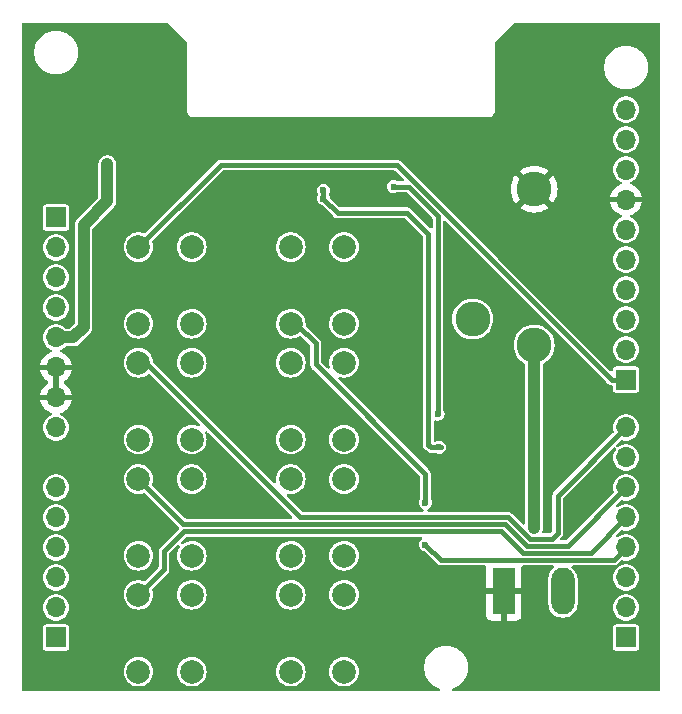
<source format=gbr>
%TF.GenerationSoftware,KiCad,Pcbnew,8.0.1*%
%TF.CreationDate,2024-04-15T20:54:24+02:00*%
%TF.ProjectId,Audio_shield,41756469-6f5f-4736-9869-656c642e6b69,rev?*%
%TF.SameCoordinates,Original*%
%TF.FileFunction,Copper,L2,Bot*%
%TF.FilePolarity,Positive*%
%FSLAX46Y46*%
G04 Gerber Fmt 4.6, Leading zero omitted, Abs format (unit mm)*
G04 Created by KiCad (PCBNEW 8.0.1) date 2024-04-15 20:54:24*
%MOMM*%
%LPD*%
G01*
G04 APERTURE LIST*
%TA.AperFunction,ComponentPad*%
%ADD10C,2.000000*%
%TD*%
%TA.AperFunction,ComponentPad*%
%ADD11R,1.700000X1.700000*%
%TD*%
%TA.AperFunction,ComponentPad*%
%ADD12O,1.700000X1.700000*%
%TD*%
%TA.AperFunction,ComponentPad*%
%ADD13R,1.980000X3.960000*%
%TD*%
%TA.AperFunction,ComponentPad*%
%ADD14O,1.980000X3.960000*%
%TD*%
%TA.AperFunction,ComponentPad*%
%ADD15C,2.950000*%
%TD*%
%TA.AperFunction,ViaPad*%
%ADD16C,0.600000*%
%TD*%
%TA.AperFunction,Conductor*%
%ADD17C,0.400000*%
%TD*%
%TA.AperFunction,Conductor*%
%ADD18C,1.000000*%
%TD*%
G04 APERTURE END LIST*
D10*
%TO.P,SW2,1,A*%
%TO.N,Net-(D3-A)*%
X170850000Y-97250000D03*
X170850000Y-103750000D03*
%TO.P,SW2,2,B*%
%TO.N,B2*%
X166350000Y-97250000D03*
X166350000Y-103750000D03*
%TD*%
%TO.P,SW1,1,A*%
%TO.N,Net-(D2-A)*%
X170850000Y-107050000D03*
X170850000Y-113550000D03*
%TO.P,SW1,2,B*%
%TO.N,B1*%
X166350000Y-107050000D03*
X166350000Y-113550000D03*
%TD*%
%TO.P,SW4,1,A*%
%TO.N,Net-(D5-A)*%
X170850000Y-77600000D03*
X170850000Y-84100000D03*
%TO.P,SW4,2,B*%
%TO.N,B4*%
X166350000Y-77600000D03*
X166350000Y-84100000D03*
%TD*%
%TO.P,SW5,1,A*%
%TO.N,Net-(D6-A)*%
X157950000Y-107050000D03*
X157950000Y-113550000D03*
%TO.P,SW5,2,B*%
%TO.N,B5*%
X153450000Y-107050000D03*
X153450000Y-113550000D03*
%TD*%
D11*
%TO.P,J2,1,Pin_1*%
%TO.N,B1*%
X194730000Y-110660000D03*
D12*
%TO.P,J2,2,Pin_2*%
%TO.N,B2*%
X194730000Y-108120000D03*
%TO.P,J2,3,Pin_3*%
%TO.N,B3*%
X194730000Y-105580000D03*
%TO.P,J2,4,Pin_4*%
%TO.N,B4*%
X194730000Y-103040000D03*
%TO.P,J2,5,Pin_5*%
%TO.N,B5*%
X194730000Y-100500000D03*
%TO.P,J2,6,Pin_6*%
%TO.N,B6*%
X194730000Y-97960000D03*
%TO.P,J2,7,Pin_7*%
%TO.N,AUDIO_PWM*%
X194730000Y-95420000D03*
%TO.P,J2,8,Pin_8*%
%TO.N,B7*%
X194730000Y-92880000D03*
%TD*%
D10*
%TO.P,SW7,1,A*%
%TO.N,Net-(D8-A)*%
X157950000Y-87400000D03*
X157950000Y-93900000D03*
%TO.P,SW7,2,B*%
%TO.N,B7*%
X153450000Y-87400000D03*
X153450000Y-93900000D03*
%TD*%
%TO.P,SW6,1,A*%
%TO.N,Net-(D7-A)*%
X157950000Y-97250000D03*
X157950000Y-103750000D03*
%TO.P,SW6,2,B*%
%TO.N,B6*%
X153450000Y-97250000D03*
X153450000Y-103750000D03*
%TD*%
%TO.P,SW3,1,A*%
%TO.N,Net-(D4-A)*%
X170850000Y-87400000D03*
X170850000Y-93900000D03*
%TO.P,SW3,2,B*%
%TO.N,B3*%
X166350000Y-87400000D03*
X166350000Y-93900000D03*
%TD*%
D11*
%TO.P,J1,1,Pin_1*%
%TO.N,B8*%
X194730000Y-88820000D03*
D12*
%TO.P,J1,2,Pin_2*%
%TO.N,unconnected-(J1-Pin_2-Pad2)*%
X194730000Y-86280000D03*
%TO.P,J1,3,Pin_3*%
%TO.N,unconnected-(J1-Pin_3-Pad3)*%
X194730000Y-83740000D03*
%TO.P,J1,4,Pin_4*%
%TO.N,unconnected-(J1-Pin_4-Pad4)*%
X194730000Y-81200000D03*
%TO.P,J1,5,Pin_5*%
%TO.N,unconnected-(J1-Pin_5-Pad5)*%
X194730000Y-78660000D03*
%TO.P,J1,6,Pin_6*%
%TO.N,unconnected-(J1-Pin_6-Pad6)*%
X194730000Y-76120000D03*
%TO.P,J1,7,Pin_7*%
%TO.N,GND*%
X194730000Y-73580000D03*
%TO.P,J1,8,Pin_8*%
%TO.N,unconnected-(J1-Pin_8-Pad8)*%
X194730000Y-71040000D03*
%TO.P,J1,9,Pin_9*%
%TO.N,unconnected-(J1-Pin_9-Pad9)*%
X194730000Y-68500000D03*
%TO.P,J1,10,Pin_10*%
%TO.N,unconnected-(J1-Pin_10-Pad10)*%
X194730000Y-65960000D03*
%TD*%
D10*
%TO.P,SW8,1,A*%
%TO.N,Net-(D9-A)*%
X157950000Y-77600000D03*
X157950000Y-84100000D03*
%TO.P,SW8,2,B*%
%TO.N,B8*%
X153450000Y-77600000D03*
X153450000Y-84100000D03*
%TD*%
D11*
%TO.P,J3,1,Pin_1*%
%TO.N,unconnected-(J3-Pin_1-Pad1)*%
X146470000Y-110660000D03*
D12*
%TO.P,J3,2,Pin_2*%
%TO.N,unconnected-(J3-Pin_2-Pad2)*%
X146470000Y-108120000D03*
%TO.P,J3,3,Pin_3*%
%TO.N,unconnected-(J3-Pin_3-Pad3)*%
X146470000Y-105580000D03*
%TO.P,J3,4,Pin_4*%
%TO.N,unconnected-(J3-Pin_4-Pad4)*%
X146470000Y-103040000D03*
%TO.P,J3,5,Pin_5*%
%TO.N,unconnected-(J3-Pin_5-Pad5)*%
X146470000Y-100500000D03*
%TO.P,J3,6,Pin_6*%
%TO.N,unconnected-(J3-Pin_6-Pad6)*%
X146470000Y-97960000D03*
%TD*%
D11*
%TO.P,J4,1,Pin_1*%
%TO.N,unconnected-(J4-Pin_1-Pad1)*%
X146470000Y-75100000D03*
D12*
%TO.P,J4,2,Pin_2*%
%TO.N,unconnected-(J4-Pin_2-Pad2)*%
X146470000Y-77640000D03*
%TO.P,J4,3,Pin_3*%
%TO.N,unconnected-(J4-Pin_3-Pad3)*%
X146470000Y-80180000D03*
%TO.P,J4,4,Pin_4*%
%TO.N,unconnected-(J4-Pin_4-Pad4)*%
X146470000Y-82720000D03*
%TO.P,J4,5,Pin_5*%
%TO.N,+5V*%
X146470000Y-85260000D03*
%TO.P,J4,6,Pin_6*%
%TO.N,GND*%
X146470000Y-87800000D03*
%TO.P,J4,7,Pin_7*%
X146470000Y-90340000D03*
%TO.P,J4,8,Pin_8*%
%TO.N,unconnected-(J4-Pin_8-Pad8)*%
X146470000Y-92880000D03*
%TD*%
D13*
%TO.P,LS1,1,1*%
%TO.N,GND*%
X184385000Y-106750000D03*
D14*
%TO.P,LS1,2,2*%
%TO.N,Net-(J6-PadTN)*%
X189385000Y-106750000D03*
%TD*%
D15*
%TO.P,J6,S*%
%TO.N,GND*%
X186949797Y-72700000D03*
%TO.P,J6,T*%
%TO.N,Net-(Q1-E)*%
X181749797Y-83700000D03*
%TO.P,J6,TN*%
%TO.N,Net-(J6-PadTN)*%
X186949797Y-85900000D03*
%TD*%
D16*
%TO.N,GND*%
X173000000Y-96850000D03*
X189600000Y-93000000D03*
X148450000Y-90250000D03*
X162200000Y-88100000D03*
X188000000Y-92200000D03*
X150250000Y-90250000D03*
X164700000Y-93250000D03*
X169000000Y-94550000D03*
X172500000Y-96350000D03*
X163200000Y-89900000D03*
X164800000Y-95550000D03*
%TO.N,/AUDIO_SIGNAL*%
X178800000Y-91750000D03*
X175050000Y-72500000D03*
%TO.N,+5V*%
X169100000Y-73500000D03*
X150800000Y-72000000D03*
X169100000Y-72800000D03*
X150800000Y-71300000D03*
X178900000Y-94550000D03*
X150800000Y-73400000D03*
X150800000Y-72700000D03*
X150800000Y-70600000D03*
%TO.N,B4*%
X177750000Y-99250000D03*
X177750000Y-102800000D03*
%TO.N,Net-(J6-PadTN)*%
X186950000Y-100750000D03*
X186950000Y-98800000D03*
X186950000Y-101400000D03*
X186950000Y-88450000D03*
X186950000Y-100100000D03*
X186950000Y-87800000D03*
X186950000Y-89100000D03*
X186950000Y-99450000D03*
%TD*%
D17*
%TO.N,/AUDIO_SIGNAL*%
X175050000Y-72500000D02*
X176351472Y-72500000D01*
X178800000Y-74948528D02*
X178800000Y-91750000D01*
X176351472Y-72500000D02*
X178800000Y-74948528D01*
X178800000Y-91750000D02*
X178800000Y-91700000D01*
D18*
%TO.N,+5V*%
X150800000Y-72000000D02*
X150800000Y-71300000D01*
X148800000Y-75700000D02*
X150800000Y-73700000D01*
D17*
X178750000Y-94550000D02*
X178900000Y-94550000D01*
D18*
X150800000Y-73400000D02*
X150800000Y-72700000D01*
D17*
X178000000Y-94350000D02*
X178200000Y-94550000D01*
X169100000Y-72800000D02*
X169100000Y-73500000D01*
D18*
X146470000Y-85260000D02*
X147940000Y-85260000D01*
D17*
X178000000Y-76500000D02*
X178000000Y-94350000D01*
X176200000Y-74700000D02*
X178000000Y-76500000D01*
X178200000Y-94550000D02*
X178250000Y-94550000D01*
X169100000Y-73500000D02*
X170300000Y-74700000D01*
D18*
X150800000Y-72700000D02*
X150800000Y-72000000D01*
X150800000Y-73700000D02*
X150800000Y-73400000D01*
X147940000Y-85260000D02*
X148800000Y-84400000D01*
D17*
X178250000Y-94550000D02*
X178750000Y-94550000D01*
D18*
X148800000Y-84400000D02*
X148800000Y-75700000D01*
X150800000Y-71300000D02*
X150800000Y-70600000D01*
D17*
X170300000Y-74700000D02*
X176200000Y-74700000D01*
X178900000Y-94550000D02*
X179050000Y-94550000D01*
%TO.N,B8*%
X193520000Y-88820000D02*
X194730000Y-88820000D01*
X153450000Y-77600000D02*
X160400000Y-70650000D01*
X175350000Y-70650000D02*
X193520000Y-88820000D01*
X160400000Y-70650000D02*
X175350000Y-70650000D01*
%TO.N,B5*%
X155600000Y-103360660D02*
X155600000Y-104900000D01*
X157300000Y-101660660D02*
X155600000Y-103360660D01*
X155600000Y-104900000D02*
X153450000Y-107050000D01*
X184160660Y-101660660D02*
X157300000Y-101660660D01*
X194730000Y-100500000D02*
X191730000Y-103500000D01*
X191730000Y-103500000D02*
X186000000Y-103500000D01*
X186000000Y-103500000D02*
X184160660Y-101660660D01*
%TO.N,B7*%
X153450000Y-93600000D02*
X153450000Y-93900000D01*
X188450000Y-102300000D02*
X186577208Y-102300000D01*
X186577208Y-102300000D02*
X184727208Y-100450000D01*
X154100000Y-87400000D02*
X153450000Y-87400000D01*
X188950000Y-101800000D02*
X188450000Y-102300000D01*
X167150000Y-100450000D02*
X154100000Y-87400000D01*
X188950000Y-98660000D02*
X188950000Y-101800000D01*
X194730000Y-92880000D02*
X188950000Y-98660000D01*
X184727208Y-100450000D02*
X167150000Y-100450000D01*
%TO.N,B4*%
X168450000Y-87520101D02*
X168450000Y-85750000D01*
X177750000Y-96820101D02*
X168450000Y-87520101D01*
X193670000Y-104100000D02*
X179050000Y-104100000D01*
X166350000Y-84879899D02*
X166350000Y-84100000D01*
X177750000Y-99250000D02*
X177750000Y-96820101D01*
X168450000Y-85750000D02*
X166800000Y-84100000D01*
X194730000Y-103040000D02*
X193670000Y-104100000D01*
X179050000Y-104100000D02*
X177750000Y-102800000D01*
X166800000Y-84100000D02*
X166350000Y-84100000D01*
%TO.N,B6*%
X184489340Y-101060660D02*
X157260660Y-101060660D01*
X186328680Y-102900000D02*
X184489340Y-101060660D01*
X194730000Y-97960000D02*
X189790000Y-102900000D01*
X189790000Y-102900000D02*
X186328680Y-102900000D01*
X157260660Y-101060660D02*
X153450000Y-97250000D01*
D18*
%TO.N,Net-(J6-PadTN)*%
X186949797Y-89100203D02*
X186949797Y-98799797D01*
X186950000Y-87800000D02*
X186949797Y-87800203D01*
X186949797Y-98799797D02*
X186950000Y-98800000D01*
X186950000Y-89100000D02*
X186949797Y-89100203D01*
X186950000Y-98800000D02*
X186950000Y-101400000D01*
X186949797Y-87799797D02*
X186950000Y-87800000D01*
X186949797Y-88450203D02*
X186949797Y-89099797D01*
X186950000Y-88450000D02*
X186949797Y-88450203D01*
X186949797Y-89099797D02*
X186950000Y-89100000D01*
X186949797Y-88449797D02*
X186950000Y-88450000D01*
X186949797Y-87800203D02*
X186949797Y-88449797D01*
X186949797Y-85900000D02*
X186949797Y-87799797D01*
%TD*%
%TA.AperFunction,Conductor*%
%TO.N,GND*%
G36*
X146720000Y-89906988D02*
G01*
X146662993Y-89874075D01*
X146535826Y-89840000D01*
X146404174Y-89840000D01*
X146277007Y-89874075D01*
X146220000Y-89906988D01*
X146220000Y-88233012D01*
X146277007Y-88265925D01*
X146404174Y-88300000D01*
X146535826Y-88300000D01*
X146662993Y-88265925D01*
X146720000Y-88233012D01*
X146720000Y-89906988D01*
G37*
%TD.AperFunction*%
%TA.AperFunction,Conductor*%
G36*
X155908363Y-58620185D02*
G01*
X155929005Y-58636819D01*
X157563181Y-60270995D01*
X157596666Y-60332318D01*
X157599500Y-60358676D01*
X157599500Y-66165891D01*
X157633608Y-66293187D01*
X157666554Y-66350250D01*
X157699500Y-66407314D01*
X157792686Y-66500500D01*
X157906814Y-66566392D01*
X158034108Y-66600500D01*
X158034110Y-66600500D01*
X183165890Y-66600500D01*
X183165892Y-66600500D01*
X183293186Y-66566392D01*
X183407314Y-66500500D01*
X183500500Y-66407314D01*
X183566392Y-66293186D01*
X183600500Y-66165892D01*
X183600500Y-65960000D01*
X193620768Y-65960000D01*
X193639654Y-66163816D01*
X193639654Y-66163818D01*
X193639655Y-66163821D01*
X193676463Y-66293187D01*
X193695673Y-66360704D01*
X193786912Y-66543935D01*
X193910269Y-66707287D01*
X194061537Y-66845185D01*
X194061539Y-66845187D01*
X194235569Y-66952942D01*
X194235575Y-66952945D01*
X194276010Y-66968609D01*
X194426444Y-67026888D01*
X194627653Y-67064500D01*
X194627656Y-67064500D01*
X194832344Y-67064500D01*
X194832347Y-67064500D01*
X195033556Y-67026888D01*
X195224427Y-66952944D01*
X195398462Y-66845186D01*
X195549732Y-66707285D01*
X195673088Y-66543935D01*
X195764328Y-66360701D01*
X195820345Y-66163821D01*
X195839232Y-65960000D01*
X195820345Y-65756179D01*
X195764328Y-65559299D01*
X195673088Y-65376065D01*
X195549732Y-65212715D01*
X195549730Y-65212712D01*
X195398462Y-65074814D01*
X195398460Y-65074812D01*
X195224430Y-64967057D01*
X195224424Y-64967054D01*
X195073993Y-64908777D01*
X195033556Y-64893112D01*
X194832347Y-64855500D01*
X194627653Y-64855500D01*
X194426444Y-64893112D01*
X194426441Y-64893112D01*
X194426441Y-64893113D01*
X194235575Y-64967054D01*
X194235569Y-64967057D01*
X194061539Y-65074812D01*
X194061537Y-65074814D01*
X193910269Y-65212712D01*
X193786912Y-65376064D01*
X193695673Y-65559295D01*
X193639654Y-65756183D01*
X193620768Y-65959999D01*
X193620768Y-65960000D01*
X183600500Y-65960000D01*
X183600500Y-62521288D01*
X192879500Y-62521288D01*
X192911161Y-62761785D01*
X192973947Y-62996104D01*
X193066773Y-63220205D01*
X193066776Y-63220212D01*
X193188064Y-63430289D01*
X193188066Y-63430292D01*
X193188067Y-63430293D01*
X193335733Y-63622736D01*
X193335739Y-63622743D01*
X193507256Y-63794260D01*
X193507262Y-63794265D01*
X193699711Y-63941936D01*
X193909788Y-64063224D01*
X194133900Y-64156054D01*
X194368211Y-64218838D01*
X194548586Y-64242584D01*
X194608711Y-64250500D01*
X194608712Y-64250500D01*
X194851289Y-64250500D01*
X194899388Y-64244167D01*
X195091789Y-64218838D01*
X195326100Y-64156054D01*
X195550212Y-64063224D01*
X195760289Y-63941936D01*
X195952738Y-63794265D01*
X196124265Y-63622738D01*
X196271936Y-63430289D01*
X196393224Y-63220212D01*
X196486054Y-62996100D01*
X196548838Y-62761789D01*
X196580500Y-62521288D01*
X196580500Y-62278712D01*
X196548838Y-62038211D01*
X196486054Y-61803900D01*
X196393224Y-61579788D01*
X196271936Y-61369711D01*
X196124265Y-61177262D01*
X196124260Y-61177256D01*
X195952743Y-61005739D01*
X195952736Y-61005733D01*
X195760293Y-60858067D01*
X195760292Y-60858066D01*
X195760289Y-60858064D01*
X195550212Y-60736776D01*
X195550205Y-60736773D01*
X195326104Y-60643947D01*
X195091785Y-60581161D01*
X194851289Y-60549500D01*
X194851288Y-60549500D01*
X194608712Y-60549500D01*
X194608711Y-60549500D01*
X194368214Y-60581161D01*
X194133895Y-60643947D01*
X193909794Y-60736773D01*
X193909785Y-60736777D01*
X193699706Y-60858067D01*
X193507263Y-61005733D01*
X193507256Y-61005739D01*
X193335739Y-61177256D01*
X193335733Y-61177263D01*
X193188067Y-61369706D01*
X193066777Y-61579785D01*
X193066773Y-61579794D01*
X192973947Y-61803895D01*
X192911161Y-62038214D01*
X192879500Y-62278711D01*
X192879500Y-62521288D01*
X183600500Y-62521288D01*
X183600500Y-60358676D01*
X183620185Y-60291637D01*
X183636819Y-60270995D01*
X185270995Y-58636819D01*
X185332318Y-58603334D01*
X185358676Y-58600500D01*
X197475500Y-58600500D01*
X197542539Y-58620185D01*
X197588294Y-58672989D01*
X197599500Y-58724500D01*
X197599500Y-115075500D01*
X197579815Y-115142539D01*
X197527011Y-115188294D01*
X197475500Y-115199500D01*
X180119420Y-115199500D01*
X180052381Y-115179815D01*
X180006626Y-115127011D01*
X179996682Y-115057853D01*
X180025707Y-114994297D01*
X180082427Y-114957845D01*
X180082262Y-114957357D01*
X180084222Y-114956691D01*
X180084485Y-114956523D01*
X180085838Y-114956143D01*
X180086090Y-114956056D01*
X180086100Y-114956054D01*
X180310212Y-114863224D01*
X180520289Y-114741936D01*
X180712738Y-114594265D01*
X180884265Y-114422738D01*
X181031936Y-114230289D01*
X181153224Y-114020212D01*
X181246054Y-113796100D01*
X181308838Y-113561789D01*
X181340500Y-113321288D01*
X181340500Y-113078712D01*
X181308838Y-112838211D01*
X181246054Y-112603900D01*
X181153224Y-112379788D01*
X181031936Y-112169711D01*
X180884265Y-111977262D01*
X180884260Y-111977256D01*
X180712743Y-111805739D01*
X180712736Y-111805733D01*
X180520293Y-111658067D01*
X180520292Y-111658066D01*
X180520289Y-111658064D01*
X180310212Y-111536776D01*
X180306084Y-111535066D01*
X180306077Y-111535063D01*
X193625500Y-111535063D01*
X193640266Y-111609301D01*
X193696515Y-111693484D01*
X193730234Y-111716014D01*
X193780699Y-111749734D01*
X193780702Y-111749734D01*
X193780703Y-111749735D01*
X193805666Y-111754700D01*
X193854933Y-111764500D01*
X195605066Y-111764499D01*
X195679301Y-111749734D01*
X195763484Y-111693484D01*
X195819734Y-111609301D01*
X195834500Y-111535067D01*
X195834499Y-109784934D01*
X195819734Y-109710699D01*
X195801068Y-109682765D01*
X195763484Y-109626515D01*
X195713019Y-109592796D01*
X195679301Y-109570266D01*
X195679299Y-109570265D01*
X195679296Y-109570264D01*
X195605069Y-109555500D01*
X193854936Y-109555500D01*
X193780698Y-109570266D01*
X193696515Y-109626515D01*
X193640266Y-109710699D01*
X193640264Y-109710703D01*
X193625500Y-109784928D01*
X193625500Y-111535063D01*
X180306077Y-111535063D01*
X180086104Y-111443947D01*
X179851785Y-111381161D01*
X179611289Y-111349500D01*
X179611288Y-111349500D01*
X179368712Y-111349500D01*
X179368711Y-111349500D01*
X179128214Y-111381161D01*
X178893895Y-111443947D01*
X178669794Y-111536773D01*
X178669785Y-111536777D01*
X178459706Y-111658067D01*
X178267263Y-111805733D01*
X178267256Y-111805739D01*
X178095739Y-111977256D01*
X178095733Y-111977263D01*
X177948067Y-112169706D01*
X177826777Y-112379785D01*
X177826773Y-112379794D01*
X177733947Y-112603895D01*
X177671161Y-112838214D01*
X177639500Y-113078711D01*
X177639500Y-113321288D01*
X177671161Y-113561785D01*
X177733947Y-113796104D01*
X177810411Y-113980703D01*
X177826776Y-114020212D01*
X177948064Y-114230289D01*
X177948066Y-114230292D01*
X177948067Y-114230293D01*
X178095733Y-114422736D01*
X178095739Y-114422743D01*
X178267256Y-114594260D01*
X178267262Y-114594265D01*
X178459711Y-114741936D01*
X178669788Y-114863224D01*
X178893900Y-114956054D01*
X178893904Y-114956055D01*
X178897738Y-114957357D01*
X178897328Y-114958564D01*
X178952330Y-114992086D01*
X178982862Y-115054932D01*
X178974570Y-115124308D01*
X178930087Y-115178188D01*
X178863536Y-115199465D01*
X178860580Y-115199500D01*
X143724500Y-115199500D01*
X143657461Y-115179815D01*
X143611706Y-115127011D01*
X143600500Y-115075500D01*
X143600500Y-113550000D01*
X152190708Y-113550000D01*
X152209839Y-113768674D01*
X152266653Y-113980703D01*
X152266654Y-113980706D01*
X152266655Y-113980708D01*
X152359419Y-114179642D01*
X152359423Y-114179650D01*
X152485322Y-114359452D01*
X152485327Y-114359458D01*
X152640541Y-114514672D01*
X152640547Y-114514677D01*
X152820349Y-114640576D01*
X152820351Y-114640577D01*
X152820354Y-114640579D01*
X153019297Y-114733347D01*
X153231326Y-114790161D01*
X153387521Y-114803826D01*
X153449998Y-114809292D01*
X153450000Y-114809292D01*
X153450002Y-114809292D01*
X153504668Y-114804509D01*
X153668674Y-114790161D01*
X153880703Y-114733347D01*
X154079646Y-114640579D01*
X154259457Y-114514674D01*
X154414674Y-114359457D01*
X154540579Y-114179646D01*
X154633347Y-113980703D01*
X154690161Y-113768674D01*
X154709292Y-113550000D01*
X156690708Y-113550000D01*
X156709839Y-113768674D01*
X156766653Y-113980703D01*
X156766654Y-113980706D01*
X156766655Y-113980708D01*
X156859419Y-114179642D01*
X156859423Y-114179650D01*
X156985322Y-114359452D01*
X156985327Y-114359458D01*
X157140541Y-114514672D01*
X157140547Y-114514677D01*
X157320349Y-114640576D01*
X157320351Y-114640577D01*
X157320354Y-114640579D01*
X157519297Y-114733347D01*
X157731326Y-114790161D01*
X157887521Y-114803826D01*
X157949998Y-114809292D01*
X157950000Y-114809292D01*
X157950002Y-114809292D01*
X158004668Y-114804509D01*
X158168674Y-114790161D01*
X158380703Y-114733347D01*
X158579646Y-114640579D01*
X158759457Y-114514674D01*
X158914674Y-114359457D01*
X159040579Y-114179646D01*
X159133347Y-113980703D01*
X159190161Y-113768674D01*
X159209292Y-113550000D01*
X165090708Y-113550000D01*
X165109839Y-113768674D01*
X165166653Y-113980703D01*
X165166654Y-113980706D01*
X165166655Y-113980708D01*
X165259419Y-114179642D01*
X165259423Y-114179650D01*
X165385322Y-114359452D01*
X165385327Y-114359458D01*
X165540541Y-114514672D01*
X165540547Y-114514677D01*
X165720349Y-114640576D01*
X165720351Y-114640577D01*
X165720354Y-114640579D01*
X165919297Y-114733347D01*
X166131326Y-114790161D01*
X166287521Y-114803826D01*
X166349998Y-114809292D01*
X166350000Y-114809292D01*
X166350002Y-114809292D01*
X166404668Y-114804509D01*
X166568674Y-114790161D01*
X166780703Y-114733347D01*
X166979646Y-114640579D01*
X167159457Y-114514674D01*
X167314674Y-114359457D01*
X167440579Y-114179646D01*
X167533347Y-113980703D01*
X167590161Y-113768674D01*
X167609292Y-113550000D01*
X169590708Y-113550000D01*
X169609839Y-113768674D01*
X169666653Y-113980703D01*
X169666654Y-113980706D01*
X169666655Y-113980708D01*
X169759419Y-114179642D01*
X169759423Y-114179650D01*
X169885322Y-114359452D01*
X169885327Y-114359458D01*
X170040541Y-114514672D01*
X170040547Y-114514677D01*
X170220349Y-114640576D01*
X170220351Y-114640577D01*
X170220354Y-114640579D01*
X170419297Y-114733347D01*
X170631326Y-114790161D01*
X170787521Y-114803826D01*
X170849998Y-114809292D01*
X170850000Y-114809292D01*
X170850002Y-114809292D01*
X170904668Y-114804509D01*
X171068674Y-114790161D01*
X171280703Y-114733347D01*
X171479646Y-114640579D01*
X171659457Y-114514674D01*
X171814674Y-114359457D01*
X171940579Y-114179646D01*
X172033347Y-113980703D01*
X172090161Y-113768674D01*
X172109292Y-113550000D01*
X172090161Y-113331326D01*
X172033347Y-113119297D01*
X171940579Y-112920354D01*
X171940577Y-112920351D01*
X171940576Y-112920349D01*
X171814677Y-112740547D01*
X171814672Y-112740541D01*
X171659458Y-112585327D01*
X171659452Y-112585322D01*
X171479650Y-112459423D01*
X171479642Y-112459419D01*
X171280708Y-112366655D01*
X171280706Y-112366654D01*
X171280703Y-112366653D01*
X171129885Y-112326240D01*
X171068675Y-112309839D01*
X171068668Y-112309838D01*
X170850002Y-112290708D01*
X170849998Y-112290708D01*
X170631331Y-112309838D01*
X170631324Y-112309839D01*
X170508902Y-112342642D01*
X170419297Y-112366653D01*
X170419295Y-112366653D01*
X170419291Y-112366655D01*
X170220357Y-112459419D01*
X170220349Y-112459423D01*
X170040547Y-112585322D01*
X170040541Y-112585327D01*
X169885327Y-112740541D01*
X169885322Y-112740547D01*
X169759423Y-112920349D01*
X169759419Y-112920357D01*
X169666655Y-113119291D01*
X169609839Y-113331324D01*
X169609838Y-113331331D01*
X169590708Y-113549997D01*
X169590708Y-113550000D01*
X167609292Y-113550000D01*
X167590161Y-113331326D01*
X167533347Y-113119297D01*
X167440579Y-112920354D01*
X167440577Y-112920351D01*
X167440576Y-112920349D01*
X167314677Y-112740547D01*
X167314672Y-112740541D01*
X167159458Y-112585327D01*
X167159452Y-112585322D01*
X166979650Y-112459423D01*
X166979642Y-112459419D01*
X166780708Y-112366655D01*
X166780706Y-112366654D01*
X166780703Y-112366653D01*
X166629885Y-112326240D01*
X166568675Y-112309839D01*
X166568668Y-112309838D01*
X166350002Y-112290708D01*
X166349998Y-112290708D01*
X166131331Y-112309838D01*
X166131324Y-112309839D01*
X166008902Y-112342642D01*
X165919297Y-112366653D01*
X165919295Y-112366653D01*
X165919291Y-112366655D01*
X165720357Y-112459419D01*
X165720349Y-112459423D01*
X165540547Y-112585322D01*
X165540541Y-112585327D01*
X165385327Y-112740541D01*
X165385322Y-112740547D01*
X165259423Y-112920349D01*
X165259419Y-112920357D01*
X165166655Y-113119291D01*
X165109839Y-113331324D01*
X165109838Y-113331331D01*
X165090708Y-113549997D01*
X165090708Y-113550000D01*
X159209292Y-113550000D01*
X159190161Y-113331326D01*
X159133347Y-113119297D01*
X159040579Y-112920354D01*
X159040577Y-112920351D01*
X159040576Y-112920349D01*
X158914677Y-112740547D01*
X158914672Y-112740541D01*
X158759458Y-112585327D01*
X158759452Y-112585322D01*
X158579650Y-112459423D01*
X158579642Y-112459419D01*
X158380708Y-112366655D01*
X158380706Y-112366654D01*
X158380703Y-112366653D01*
X158229885Y-112326240D01*
X158168675Y-112309839D01*
X158168668Y-112309838D01*
X157950002Y-112290708D01*
X157949998Y-112290708D01*
X157731331Y-112309838D01*
X157731324Y-112309839D01*
X157608902Y-112342642D01*
X157519297Y-112366653D01*
X157519295Y-112366653D01*
X157519291Y-112366655D01*
X157320357Y-112459419D01*
X157320349Y-112459423D01*
X157140547Y-112585322D01*
X157140541Y-112585327D01*
X156985327Y-112740541D01*
X156985322Y-112740547D01*
X156859423Y-112920349D01*
X156859419Y-112920357D01*
X156766655Y-113119291D01*
X156709839Y-113331324D01*
X156709838Y-113331331D01*
X156690708Y-113549997D01*
X156690708Y-113550000D01*
X154709292Y-113550000D01*
X154690161Y-113331326D01*
X154633347Y-113119297D01*
X154540579Y-112920354D01*
X154540577Y-112920351D01*
X154540576Y-112920349D01*
X154414677Y-112740547D01*
X154414672Y-112740541D01*
X154259458Y-112585327D01*
X154259452Y-112585322D01*
X154079650Y-112459423D01*
X154079642Y-112459419D01*
X153880708Y-112366655D01*
X153880706Y-112366654D01*
X153880703Y-112366653D01*
X153729885Y-112326240D01*
X153668675Y-112309839D01*
X153668668Y-112309838D01*
X153450002Y-112290708D01*
X153449998Y-112290708D01*
X153231331Y-112309838D01*
X153231324Y-112309839D01*
X153108902Y-112342642D01*
X153019297Y-112366653D01*
X153019295Y-112366653D01*
X153019291Y-112366655D01*
X152820357Y-112459419D01*
X152820349Y-112459423D01*
X152640547Y-112585322D01*
X152640541Y-112585327D01*
X152485327Y-112740541D01*
X152485322Y-112740547D01*
X152359423Y-112920349D01*
X152359419Y-112920357D01*
X152266655Y-113119291D01*
X152209839Y-113331324D01*
X152209838Y-113331331D01*
X152190708Y-113549997D01*
X152190708Y-113550000D01*
X143600500Y-113550000D01*
X143600500Y-111535063D01*
X145365500Y-111535063D01*
X145380266Y-111609301D01*
X145436515Y-111693484D01*
X145470234Y-111716014D01*
X145520699Y-111749734D01*
X145520702Y-111749734D01*
X145520703Y-111749735D01*
X145545666Y-111754700D01*
X145594933Y-111764500D01*
X147345066Y-111764499D01*
X147419301Y-111749734D01*
X147503484Y-111693484D01*
X147559734Y-111609301D01*
X147574500Y-111535067D01*
X147574499Y-109784934D01*
X147559734Y-109710699D01*
X147541068Y-109682765D01*
X147503484Y-109626515D01*
X147453019Y-109592796D01*
X147419301Y-109570266D01*
X147419299Y-109570265D01*
X147419296Y-109570264D01*
X147345069Y-109555500D01*
X145594936Y-109555500D01*
X145520698Y-109570266D01*
X145436515Y-109626515D01*
X145380266Y-109710699D01*
X145380264Y-109710703D01*
X145365500Y-109784928D01*
X145365500Y-111535063D01*
X143600500Y-111535063D01*
X143600500Y-108120000D01*
X145360768Y-108120000D01*
X145379654Y-108323816D01*
X145435673Y-108520704D01*
X145526912Y-108703935D01*
X145650269Y-108867287D01*
X145801537Y-109005185D01*
X145801539Y-109005187D01*
X145975569Y-109112942D01*
X145975575Y-109112945D01*
X146016010Y-109128609D01*
X146166444Y-109186888D01*
X146367653Y-109224500D01*
X146367656Y-109224500D01*
X146572344Y-109224500D01*
X146572347Y-109224500D01*
X146773556Y-109186888D01*
X146964427Y-109112944D01*
X147138462Y-109005186D01*
X147289732Y-108867285D01*
X147413088Y-108703935D01*
X147504328Y-108520701D01*
X147560345Y-108323821D01*
X147579232Y-108120000D01*
X147560345Y-107916179D01*
X147504328Y-107719299D01*
X147413088Y-107536065D01*
X147317888Y-107410000D01*
X147289730Y-107372712D01*
X147138462Y-107234814D01*
X147138460Y-107234812D01*
X146964430Y-107127057D01*
X146964424Y-107127054D01*
X146798117Y-107062627D01*
X146773556Y-107053112D01*
X146756919Y-107050002D01*
X152190708Y-107050002D01*
X152206876Y-107234814D01*
X152209839Y-107268674D01*
X152266653Y-107480703D01*
X152266654Y-107480706D01*
X152266655Y-107480708D01*
X152359419Y-107679642D01*
X152359423Y-107679650D01*
X152485322Y-107859452D01*
X152485327Y-107859458D01*
X152640541Y-108014672D01*
X152640547Y-108014677D01*
X152820349Y-108140576D01*
X152820351Y-108140577D01*
X152820354Y-108140579D01*
X153019297Y-108233347D01*
X153231326Y-108290161D01*
X153387521Y-108303826D01*
X153449998Y-108309292D01*
X153450000Y-108309292D01*
X153450002Y-108309292D01*
X153504668Y-108304509D01*
X153668674Y-108290161D01*
X153880703Y-108233347D01*
X154079646Y-108140579D01*
X154259457Y-108014674D01*
X154414674Y-107859457D01*
X154540579Y-107679646D01*
X154633347Y-107480703D01*
X154690161Y-107268674D01*
X154709292Y-107050002D01*
X156690708Y-107050002D01*
X156706876Y-107234814D01*
X156709839Y-107268674D01*
X156766653Y-107480703D01*
X156766654Y-107480706D01*
X156766655Y-107480708D01*
X156859419Y-107679642D01*
X156859423Y-107679650D01*
X156985322Y-107859452D01*
X156985327Y-107859458D01*
X157140541Y-108014672D01*
X157140547Y-108014677D01*
X157320349Y-108140576D01*
X157320351Y-108140577D01*
X157320354Y-108140579D01*
X157519297Y-108233347D01*
X157731326Y-108290161D01*
X157887521Y-108303826D01*
X157949998Y-108309292D01*
X157950000Y-108309292D01*
X157950002Y-108309292D01*
X158004668Y-108304509D01*
X158168674Y-108290161D01*
X158380703Y-108233347D01*
X158579646Y-108140579D01*
X158759457Y-108014674D01*
X158914674Y-107859457D01*
X159040579Y-107679646D01*
X159133347Y-107480703D01*
X159190161Y-107268674D01*
X159209292Y-107050002D01*
X165090708Y-107050002D01*
X165106876Y-107234814D01*
X165109839Y-107268674D01*
X165166653Y-107480703D01*
X165166654Y-107480706D01*
X165166655Y-107480708D01*
X165259419Y-107679642D01*
X165259423Y-107679650D01*
X165385322Y-107859452D01*
X165385327Y-107859458D01*
X165540541Y-108014672D01*
X165540547Y-108014677D01*
X165720349Y-108140576D01*
X165720351Y-108140577D01*
X165720354Y-108140579D01*
X165919297Y-108233347D01*
X166131326Y-108290161D01*
X166287521Y-108303826D01*
X166349998Y-108309292D01*
X166350000Y-108309292D01*
X166350002Y-108309292D01*
X166404668Y-108304509D01*
X166568674Y-108290161D01*
X166780703Y-108233347D01*
X166979646Y-108140579D01*
X167159457Y-108014674D01*
X167314674Y-107859457D01*
X167440579Y-107679646D01*
X167533347Y-107480703D01*
X167590161Y-107268674D01*
X167609292Y-107050002D01*
X169590708Y-107050002D01*
X169606876Y-107234814D01*
X169609839Y-107268674D01*
X169666653Y-107480703D01*
X169666654Y-107480706D01*
X169666655Y-107480708D01*
X169759419Y-107679642D01*
X169759423Y-107679650D01*
X169885322Y-107859452D01*
X169885327Y-107859458D01*
X170040541Y-108014672D01*
X170040547Y-108014677D01*
X170220349Y-108140576D01*
X170220351Y-108140577D01*
X170220354Y-108140579D01*
X170419297Y-108233347D01*
X170631326Y-108290161D01*
X170787521Y-108303826D01*
X170849998Y-108309292D01*
X170850000Y-108309292D01*
X170850002Y-108309292D01*
X170904668Y-108304509D01*
X171068674Y-108290161D01*
X171280703Y-108233347D01*
X171479646Y-108140579D01*
X171659457Y-108014674D01*
X171814674Y-107859457D01*
X171940579Y-107679646D01*
X172033347Y-107480703D01*
X172090161Y-107268674D01*
X172109292Y-107050000D01*
X172090161Y-106831326D01*
X172033347Y-106619297D01*
X171940579Y-106420354D01*
X171940577Y-106420351D01*
X171940576Y-106420349D01*
X171814677Y-106240547D01*
X171814672Y-106240541D01*
X171659458Y-106085327D01*
X171659452Y-106085322D01*
X171479650Y-105959423D01*
X171479642Y-105959419D01*
X171280708Y-105866655D01*
X171280706Y-105866654D01*
X171280703Y-105866653D01*
X171129885Y-105826240D01*
X171068675Y-105809839D01*
X171068668Y-105809838D01*
X170850002Y-105790708D01*
X170849998Y-105790708D01*
X170631331Y-105809838D01*
X170631324Y-105809839D01*
X170518012Y-105840202D01*
X170419297Y-105866653D01*
X170419295Y-105866653D01*
X170419291Y-105866655D01*
X170220357Y-105959419D01*
X170220349Y-105959423D01*
X170040547Y-106085322D01*
X170040541Y-106085327D01*
X169885327Y-106240541D01*
X169885322Y-106240547D01*
X169759423Y-106420349D01*
X169759419Y-106420357D01*
X169666655Y-106619291D01*
X169666653Y-106619295D01*
X169666653Y-106619297D01*
X169659260Y-106646888D01*
X169609839Y-106831324D01*
X169609838Y-106831331D01*
X169590708Y-107049997D01*
X169590708Y-107050002D01*
X167609292Y-107050002D01*
X167609292Y-107050000D01*
X167590161Y-106831326D01*
X167533347Y-106619297D01*
X167440579Y-106420354D01*
X167440577Y-106420351D01*
X167440576Y-106420349D01*
X167314677Y-106240547D01*
X167314672Y-106240541D01*
X167159458Y-106085327D01*
X167159452Y-106085322D01*
X166979650Y-105959423D01*
X166979642Y-105959419D01*
X166780708Y-105866655D01*
X166780706Y-105866654D01*
X166780703Y-105866653D01*
X166629885Y-105826240D01*
X166568675Y-105809839D01*
X166568668Y-105809838D01*
X166350002Y-105790708D01*
X166349998Y-105790708D01*
X166131331Y-105809838D01*
X166131324Y-105809839D01*
X166018012Y-105840202D01*
X165919297Y-105866653D01*
X165919295Y-105866653D01*
X165919291Y-105866655D01*
X165720357Y-105959419D01*
X165720349Y-105959423D01*
X165540547Y-106085322D01*
X165540541Y-106085327D01*
X165385327Y-106240541D01*
X165385322Y-106240547D01*
X165259423Y-106420349D01*
X165259419Y-106420357D01*
X165166655Y-106619291D01*
X165166653Y-106619295D01*
X165166653Y-106619297D01*
X165159260Y-106646888D01*
X165109839Y-106831324D01*
X165109838Y-106831331D01*
X165090708Y-107049997D01*
X165090708Y-107050002D01*
X159209292Y-107050002D01*
X159209292Y-107050000D01*
X159190161Y-106831326D01*
X159133347Y-106619297D01*
X159040579Y-106420354D01*
X159040577Y-106420351D01*
X159040576Y-106420349D01*
X158914677Y-106240547D01*
X158914672Y-106240541D01*
X158759458Y-106085327D01*
X158759452Y-106085322D01*
X158579650Y-105959423D01*
X158579642Y-105959419D01*
X158380708Y-105866655D01*
X158380706Y-105866654D01*
X158380703Y-105866653D01*
X158229885Y-105826240D01*
X158168675Y-105809839D01*
X158168668Y-105809838D01*
X157950002Y-105790708D01*
X157949998Y-105790708D01*
X157731331Y-105809838D01*
X157731324Y-105809839D01*
X157618012Y-105840202D01*
X157519297Y-105866653D01*
X157519295Y-105866653D01*
X157519291Y-105866655D01*
X157320357Y-105959419D01*
X157320349Y-105959423D01*
X157140547Y-106085322D01*
X157140541Y-106085327D01*
X156985327Y-106240541D01*
X156985322Y-106240547D01*
X156859423Y-106420349D01*
X156859419Y-106420357D01*
X156766655Y-106619291D01*
X156766653Y-106619295D01*
X156766653Y-106619297D01*
X156759260Y-106646888D01*
X156709839Y-106831324D01*
X156709838Y-106831331D01*
X156690708Y-107049997D01*
X156690708Y-107050002D01*
X154709292Y-107050002D01*
X154709292Y-107050000D01*
X154690161Y-106831326D01*
X154633347Y-106619297D01*
X154633344Y-106619291D01*
X154633343Y-106619286D01*
X154631494Y-106614205D01*
X154633649Y-106613420D01*
X154624592Y-106554053D01*
X154653069Y-106490250D01*
X154659784Y-106482974D01*
X155868860Y-105273899D01*
X155868865Y-105273895D01*
X155879068Y-105263691D01*
X155879070Y-105263691D01*
X155963691Y-105179070D01*
X156023527Y-105075431D01*
X156046375Y-104990161D01*
X156054501Y-104959836D01*
X156054501Y-104840164D01*
X156054501Y-104832569D01*
X156054500Y-104832551D01*
X156054500Y-103600282D01*
X156074185Y-103533243D01*
X156090819Y-103512601D01*
X156407947Y-103195473D01*
X156736252Y-102867167D01*
X156797573Y-102833684D01*
X156867264Y-102838668D01*
X156923198Y-102880539D01*
X156947615Y-102946004D01*
X156932763Y-103014277D01*
X156925506Y-103025973D01*
X156859424Y-103120349D01*
X156859419Y-103120357D01*
X156766655Y-103319291D01*
X156766653Y-103319295D01*
X156766653Y-103319297D01*
X156754808Y-103363502D01*
X156709839Y-103531324D01*
X156709838Y-103531331D01*
X156702014Y-103620767D01*
X156690708Y-103750000D01*
X156709839Y-103968674D01*
X156766653Y-104180703D01*
X156766654Y-104180706D01*
X156766655Y-104180708D01*
X156859419Y-104379642D01*
X156859423Y-104379650D01*
X156985322Y-104559452D01*
X156985327Y-104559458D01*
X157140541Y-104714672D01*
X157140547Y-104714677D01*
X157320349Y-104840576D01*
X157320351Y-104840577D01*
X157320354Y-104840579D01*
X157519297Y-104933347D01*
X157731326Y-104990161D01*
X157887521Y-105003826D01*
X157949998Y-105009292D01*
X157950000Y-105009292D01*
X157950002Y-105009292D01*
X158004668Y-105004509D01*
X158168674Y-104990161D01*
X158380703Y-104933347D01*
X158579646Y-104840579D01*
X158759457Y-104714674D01*
X158914674Y-104559457D01*
X159040579Y-104379646D01*
X159133347Y-104180703D01*
X159190161Y-103968674D01*
X159209292Y-103750000D01*
X165090708Y-103750000D01*
X165109839Y-103968674D01*
X165166653Y-104180703D01*
X165166654Y-104180706D01*
X165166655Y-104180708D01*
X165259419Y-104379642D01*
X165259423Y-104379650D01*
X165385322Y-104559452D01*
X165385327Y-104559458D01*
X165540541Y-104714672D01*
X165540547Y-104714677D01*
X165720349Y-104840576D01*
X165720351Y-104840577D01*
X165720354Y-104840579D01*
X165919297Y-104933347D01*
X166131326Y-104990161D01*
X166287521Y-105003826D01*
X166349998Y-105009292D01*
X166350000Y-105009292D01*
X166350002Y-105009292D01*
X166404668Y-105004509D01*
X166568674Y-104990161D01*
X166780703Y-104933347D01*
X166979646Y-104840579D01*
X167159457Y-104714674D01*
X167314674Y-104559457D01*
X167440579Y-104379646D01*
X167533347Y-104180703D01*
X167590161Y-103968674D01*
X167609292Y-103750000D01*
X169590708Y-103750000D01*
X169609839Y-103968674D01*
X169666653Y-104180703D01*
X169666654Y-104180706D01*
X169666655Y-104180708D01*
X169759419Y-104379642D01*
X169759423Y-104379650D01*
X169885322Y-104559452D01*
X169885327Y-104559458D01*
X170040541Y-104714672D01*
X170040547Y-104714677D01*
X170220349Y-104840576D01*
X170220351Y-104840577D01*
X170220354Y-104840579D01*
X170419297Y-104933347D01*
X170631326Y-104990161D01*
X170787521Y-105003826D01*
X170849998Y-105009292D01*
X170850000Y-105009292D01*
X170850002Y-105009292D01*
X170904668Y-105004509D01*
X171068674Y-104990161D01*
X171280703Y-104933347D01*
X171479646Y-104840579D01*
X171659457Y-104714674D01*
X171814674Y-104559457D01*
X171940579Y-104379646D01*
X172033347Y-104180703D01*
X172090161Y-103968674D01*
X172109292Y-103750000D01*
X172090161Y-103531326D01*
X172033347Y-103319297D01*
X171940579Y-103120354D01*
X171940577Y-103120351D01*
X171940576Y-103120349D01*
X171814677Y-102940547D01*
X171814672Y-102940541D01*
X171659458Y-102785327D01*
X171659452Y-102785322D01*
X171479650Y-102659423D01*
X171479642Y-102659419D01*
X171280708Y-102566655D01*
X171280706Y-102566654D01*
X171280703Y-102566653D01*
X171107931Y-102520358D01*
X171068675Y-102509839D01*
X171068668Y-102509838D01*
X170850002Y-102490708D01*
X170849998Y-102490708D01*
X170631331Y-102509838D01*
X170631324Y-102509839D01*
X170508902Y-102542642D01*
X170419297Y-102566653D01*
X170419295Y-102566653D01*
X170419291Y-102566655D01*
X170220357Y-102659419D01*
X170220349Y-102659423D01*
X170040547Y-102785322D01*
X170040541Y-102785327D01*
X169885327Y-102940541D01*
X169885322Y-102940547D01*
X169759423Y-103120349D01*
X169759419Y-103120357D01*
X169666655Y-103319291D01*
X169666653Y-103319295D01*
X169666653Y-103319297D01*
X169654808Y-103363502D01*
X169609839Y-103531324D01*
X169609838Y-103531331D01*
X169602014Y-103620767D01*
X169590708Y-103750000D01*
X167609292Y-103750000D01*
X167590161Y-103531326D01*
X167533347Y-103319297D01*
X167440579Y-103120354D01*
X167440577Y-103120351D01*
X167440576Y-103120349D01*
X167314677Y-102940547D01*
X167314672Y-102940541D01*
X167159458Y-102785327D01*
X167159452Y-102785322D01*
X166979650Y-102659423D01*
X166979642Y-102659419D01*
X166780708Y-102566655D01*
X166780706Y-102566654D01*
X166780703Y-102566653D01*
X166607931Y-102520358D01*
X166568675Y-102509839D01*
X166568668Y-102509838D01*
X166350002Y-102490708D01*
X166349998Y-102490708D01*
X166131331Y-102509838D01*
X166131324Y-102509839D01*
X166008902Y-102542642D01*
X165919297Y-102566653D01*
X165919295Y-102566653D01*
X165919291Y-102566655D01*
X165720357Y-102659419D01*
X165720349Y-102659423D01*
X165540547Y-102785322D01*
X165540541Y-102785327D01*
X165385327Y-102940541D01*
X165385322Y-102940547D01*
X165259423Y-103120349D01*
X165259419Y-103120357D01*
X165166655Y-103319291D01*
X165166653Y-103319295D01*
X165166653Y-103319297D01*
X165154808Y-103363502D01*
X165109839Y-103531324D01*
X165109838Y-103531331D01*
X165102014Y-103620767D01*
X165090708Y-103750000D01*
X159209292Y-103750000D01*
X159190161Y-103531326D01*
X159133347Y-103319297D01*
X159040579Y-103120354D01*
X159040577Y-103120351D01*
X159040576Y-103120349D01*
X158914677Y-102940547D01*
X158914672Y-102940541D01*
X158759458Y-102785327D01*
X158759452Y-102785322D01*
X158579650Y-102659423D01*
X158579642Y-102659419D01*
X158380708Y-102566655D01*
X158380706Y-102566654D01*
X158380703Y-102566653D01*
X158207931Y-102520358D01*
X158168675Y-102509839D01*
X158168668Y-102509838D01*
X157950002Y-102490708D01*
X157949998Y-102490708D01*
X157731331Y-102509838D01*
X157731324Y-102509839D01*
X157608902Y-102542642D01*
X157519297Y-102566653D01*
X157519295Y-102566653D01*
X157519291Y-102566655D01*
X157320357Y-102659419D01*
X157320349Y-102659424D01*
X157225973Y-102725506D01*
X157159767Y-102747833D01*
X157091999Y-102730822D01*
X157044187Y-102679874D01*
X157031509Y-102611164D01*
X157057991Y-102546508D01*
X157067160Y-102536259D01*
X157451941Y-102151479D01*
X157513264Y-102117994D01*
X157539622Y-102115160D01*
X177366343Y-102115160D01*
X177433382Y-102134845D01*
X177479137Y-102187649D01*
X177489081Y-102256807D01*
X177460056Y-102320363D01*
X177441834Y-102337532D01*
X177354526Y-102404526D01*
X177273718Y-102509838D01*
X177265643Y-102520361D01*
X177209772Y-102655245D01*
X177209771Y-102655247D01*
X177190715Y-102799998D01*
X177190715Y-102800001D01*
X177209771Y-102944752D01*
X177209773Y-102944757D01*
X177265642Y-103079638D01*
X177265645Y-103079644D01*
X177354525Y-103195473D01*
X177354526Y-103195474D01*
X177470355Y-103284354D01*
X177470361Y-103284357D01*
X177510117Y-103300824D01*
X177605246Y-103340228D01*
X177612132Y-103341134D01*
X177676027Y-103369395D01*
X177683632Y-103376392D01*
X178681968Y-104374728D01*
X178681978Y-104374739D01*
X178686308Y-104379069D01*
X178686309Y-104379070D01*
X178770930Y-104463691D01*
X178830767Y-104498237D01*
X178874570Y-104523528D01*
X178990164Y-104554501D01*
X178990166Y-104554501D01*
X179117432Y-104554501D01*
X179117448Y-104554500D01*
X182774981Y-104554500D01*
X182842020Y-104574185D01*
X182887775Y-104626989D01*
X182898270Y-104691758D01*
X182895000Y-104722160D01*
X182895000Y-106500000D01*
X183774175Y-106500000D01*
X183750364Y-106557485D01*
X183725000Y-106684996D01*
X183725000Y-106815004D01*
X183750364Y-106942515D01*
X183774175Y-107000000D01*
X182895000Y-107000000D01*
X182895000Y-108777844D01*
X182901401Y-108837372D01*
X182901403Y-108837379D01*
X182951645Y-108972086D01*
X182951649Y-108972093D01*
X183037809Y-109087187D01*
X183037812Y-109087190D01*
X183152906Y-109173350D01*
X183152913Y-109173354D01*
X183287620Y-109223596D01*
X183287627Y-109223598D01*
X183347155Y-109229999D01*
X183347172Y-109230000D01*
X184135000Y-109230000D01*
X184135000Y-107360824D01*
X184192485Y-107384636D01*
X184319996Y-107410000D01*
X184450004Y-107410000D01*
X184577515Y-107384636D01*
X184635000Y-107360824D01*
X184635000Y-109230000D01*
X185422828Y-109230000D01*
X185422844Y-109229999D01*
X185482372Y-109223598D01*
X185482379Y-109223596D01*
X185617086Y-109173354D01*
X185617093Y-109173350D01*
X185732187Y-109087190D01*
X185732190Y-109087187D01*
X185818350Y-108972093D01*
X185818354Y-108972086D01*
X185868596Y-108837379D01*
X185868598Y-108837372D01*
X185874999Y-108777844D01*
X185875000Y-108777827D01*
X185875000Y-107000000D01*
X184995825Y-107000000D01*
X185019636Y-106942515D01*
X185045000Y-106815004D01*
X185045000Y-106684996D01*
X185019636Y-106557485D01*
X184995825Y-106500000D01*
X185875000Y-106500000D01*
X185875000Y-104722172D01*
X185874999Y-104722160D01*
X185871730Y-104691758D01*
X185884134Y-104622998D01*
X185931743Y-104571860D01*
X185995019Y-104554500D01*
X188545327Y-104554500D01*
X188612366Y-104574185D01*
X188658121Y-104626989D01*
X188668065Y-104696147D01*
X188639040Y-104759703D01*
X188618216Y-104778814D01*
X188582811Y-104804538D01*
X188574260Y-104810751D01*
X188435751Y-104949260D01*
X188435751Y-104949261D01*
X188435749Y-104949263D01*
X188406035Y-104990161D01*
X188320608Y-105107739D01*
X188231678Y-105282273D01*
X188171143Y-105468578D01*
X188140500Y-105662056D01*
X188140500Y-107837943D01*
X188171143Y-108031421D01*
X188231678Y-108217726D01*
X188320608Y-108392260D01*
X188435749Y-108550737D01*
X188574263Y-108689251D01*
X188732740Y-108804392D01*
X188797481Y-108837379D01*
X188907273Y-108893321D01*
X188907275Y-108893321D01*
X188907278Y-108893323D01*
X189007139Y-108925770D01*
X189093578Y-108953856D01*
X189190317Y-108969178D01*
X189287056Y-108984500D01*
X189287057Y-108984500D01*
X189482943Y-108984500D01*
X189482944Y-108984500D01*
X189676421Y-108953856D01*
X189862722Y-108893323D01*
X190037260Y-108804392D01*
X190195737Y-108689251D01*
X190334251Y-108550737D01*
X190449392Y-108392260D01*
X190538323Y-108217722D01*
X190570075Y-108120000D01*
X193620768Y-108120000D01*
X193639654Y-108323816D01*
X193695673Y-108520704D01*
X193786912Y-108703935D01*
X193910269Y-108867287D01*
X194061537Y-109005185D01*
X194061539Y-109005187D01*
X194235569Y-109112942D01*
X194235575Y-109112945D01*
X194276010Y-109128609D01*
X194426444Y-109186888D01*
X194627653Y-109224500D01*
X194627656Y-109224500D01*
X194832344Y-109224500D01*
X194832347Y-109224500D01*
X195033556Y-109186888D01*
X195224427Y-109112944D01*
X195398462Y-109005186D01*
X195549732Y-108867285D01*
X195673088Y-108703935D01*
X195764328Y-108520701D01*
X195820345Y-108323821D01*
X195839232Y-108120000D01*
X195820345Y-107916179D01*
X195764328Y-107719299D01*
X195673088Y-107536065D01*
X195577888Y-107410000D01*
X195549730Y-107372712D01*
X195398462Y-107234814D01*
X195398460Y-107234812D01*
X195224430Y-107127057D01*
X195224424Y-107127054D01*
X195058117Y-107062627D01*
X195033556Y-107053112D01*
X194832347Y-107015500D01*
X194627653Y-107015500D01*
X194426444Y-107053112D01*
X194426441Y-107053112D01*
X194426441Y-107053113D01*
X194235575Y-107127054D01*
X194235569Y-107127057D01*
X194061539Y-107234812D01*
X194061537Y-107234814D01*
X193910269Y-107372712D01*
X193786912Y-107536064D01*
X193695673Y-107719295D01*
X193695672Y-107719299D01*
X193655794Y-107859458D01*
X193639654Y-107916183D01*
X193620768Y-108119999D01*
X193620768Y-108120000D01*
X190570075Y-108120000D01*
X190598856Y-108031421D01*
X190629500Y-107837944D01*
X190629500Y-105662056D01*
X190616504Y-105580000D01*
X193620768Y-105580000D01*
X193639654Y-105783816D01*
X193639654Y-105783818D01*
X193639655Y-105783821D01*
X193689618Y-105959423D01*
X193695673Y-105980704D01*
X193786912Y-106163935D01*
X193910269Y-106327287D01*
X194061537Y-106465185D01*
X194061539Y-106465187D01*
X194235569Y-106572942D01*
X194235575Y-106572945D01*
X194276010Y-106588609D01*
X194426444Y-106646888D01*
X194627653Y-106684500D01*
X194627656Y-106684500D01*
X194832344Y-106684500D01*
X194832347Y-106684500D01*
X195033556Y-106646888D01*
X195224427Y-106572944D01*
X195398462Y-106465186D01*
X195549732Y-106327285D01*
X195673088Y-106163935D01*
X195764328Y-105980701D01*
X195820345Y-105783821D01*
X195839232Y-105580000D01*
X195820345Y-105376179D01*
X195764328Y-105179299D01*
X195673088Y-104996065D01*
X195613904Y-104917693D01*
X195549730Y-104832712D01*
X195398462Y-104694814D01*
X195398460Y-104694812D01*
X195224430Y-104587057D01*
X195224424Y-104587054D01*
X195060440Y-104523527D01*
X195033556Y-104513112D01*
X194832347Y-104475500D01*
X194627653Y-104475500D01*
X194426444Y-104513112D01*
X194426441Y-104513112D01*
X194426441Y-104513113D01*
X194235575Y-104587054D01*
X194235569Y-104587057D01*
X194061539Y-104694812D01*
X194061537Y-104694814D01*
X193910269Y-104832712D01*
X193786912Y-104996064D01*
X193695673Y-105179295D01*
X193639654Y-105376183D01*
X193620768Y-105579999D01*
X193620768Y-105580000D01*
X190616504Y-105580000D01*
X190598856Y-105468578D01*
X190538321Y-105282273D01*
X190449391Y-105107739D01*
X190425919Y-105075433D01*
X190334251Y-104949263D01*
X190195737Y-104810749D01*
X190151785Y-104778816D01*
X190109122Y-104723488D01*
X190103143Y-104653875D01*
X190135749Y-104592080D01*
X190196588Y-104557722D01*
X190224673Y-104554500D01*
X193602552Y-104554500D01*
X193602568Y-104554501D01*
X193610164Y-104554501D01*
X193729835Y-104554501D01*
X193729836Y-104554501D01*
X193820998Y-104530073D01*
X193821001Y-104530073D01*
X193835105Y-104526293D01*
X193845431Y-104523527D01*
X193949070Y-104463691D01*
X194033691Y-104379070D01*
X194033691Y-104379068D01*
X194043895Y-104368865D01*
X194043899Y-104368860D01*
X194282407Y-104130351D01*
X194343728Y-104096868D01*
X194413420Y-104101852D01*
X194414776Y-104102368D01*
X194426444Y-104106888D01*
X194627653Y-104144500D01*
X194627656Y-104144500D01*
X194832344Y-104144500D01*
X194832347Y-104144500D01*
X195033556Y-104106888D01*
X195224427Y-104032944D01*
X195398462Y-103925186D01*
X195549732Y-103787285D01*
X195673088Y-103623935D01*
X195764328Y-103440701D01*
X195820345Y-103243821D01*
X195839232Y-103040000D01*
X195820345Y-102836179D01*
X195764328Y-102639299D01*
X195673088Y-102456065D01*
X195549732Y-102292715D01*
X195549730Y-102292712D01*
X195398462Y-102154814D01*
X195398460Y-102154812D01*
X195224430Y-102047057D01*
X195224424Y-102047054D01*
X195039542Y-101975431D01*
X195033556Y-101973112D01*
X194832347Y-101935500D01*
X194627653Y-101935500D01*
X194426444Y-101973112D01*
X194426441Y-101973112D01*
X194426441Y-101973113D01*
X194235575Y-102047054D01*
X194235569Y-102047057D01*
X194068033Y-102150791D01*
X194000672Y-102169346D01*
X193933973Y-102148538D01*
X193889112Y-102094973D01*
X193880332Y-102025657D01*
X193910421Y-101962598D01*
X193915053Y-101957705D01*
X194282407Y-101590351D01*
X194343728Y-101556868D01*
X194413420Y-101561852D01*
X194414776Y-101562368D01*
X194426444Y-101566888D01*
X194627653Y-101604500D01*
X194627656Y-101604500D01*
X194832344Y-101604500D01*
X194832347Y-101604500D01*
X195033556Y-101566888D01*
X195224427Y-101492944D01*
X195398462Y-101385186D01*
X195549732Y-101247285D01*
X195673088Y-101083935D01*
X195764328Y-100900701D01*
X195820345Y-100703821D01*
X195839232Y-100500000D01*
X195820345Y-100296179D01*
X195764328Y-100099299D01*
X195673088Y-99916065D01*
X195578113Y-99790297D01*
X195549730Y-99752712D01*
X195398462Y-99614814D01*
X195398460Y-99614812D01*
X195224430Y-99507057D01*
X195224424Y-99507054D01*
X195073993Y-99448777D01*
X195033556Y-99433112D01*
X194832347Y-99395500D01*
X194627653Y-99395500D01*
X194426444Y-99433112D01*
X194426441Y-99433112D01*
X194426441Y-99433113D01*
X194235575Y-99507054D01*
X194235569Y-99507057D01*
X194068033Y-99610791D01*
X194000672Y-99629346D01*
X193933973Y-99608538D01*
X193889112Y-99554973D01*
X193880332Y-99485657D01*
X193910421Y-99422598D01*
X193915055Y-99417703D01*
X194282407Y-99050351D01*
X194343728Y-99016868D01*
X194413420Y-99021852D01*
X194414776Y-99022368D01*
X194426444Y-99026888D01*
X194627653Y-99064500D01*
X194627656Y-99064500D01*
X194832344Y-99064500D01*
X194832347Y-99064500D01*
X195033556Y-99026888D01*
X195224427Y-98952944D01*
X195398462Y-98845186D01*
X195535373Y-98720375D01*
X195549730Y-98707287D01*
X195549732Y-98707285D01*
X195673088Y-98543935D01*
X195764328Y-98360701D01*
X195820345Y-98163821D01*
X195839232Y-97960000D01*
X195820345Y-97756179D01*
X195764328Y-97559299D01*
X195673088Y-97376065D01*
X195549732Y-97212715D01*
X195549730Y-97212712D01*
X195398462Y-97074814D01*
X195398460Y-97074812D01*
X195224430Y-96967057D01*
X195224424Y-96967054D01*
X195073993Y-96908777D01*
X195033556Y-96893112D01*
X194832347Y-96855500D01*
X194627653Y-96855500D01*
X194426444Y-96893112D01*
X194426441Y-96893112D01*
X194426441Y-96893113D01*
X194235575Y-96967054D01*
X194235569Y-96967057D01*
X194061539Y-97074812D01*
X194061537Y-97074814D01*
X193910269Y-97212712D01*
X193786912Y-97376064D01*
X193695673Y-97559295D01*
X193639654Y-97756183D01*
X193620768Y-97959999D01*
X193620768Y-97960000D01*
X193639654Y-98163820D01*
X193639655Y-98163822D01*
X193673707Y-98283501D01*
X193673121Y-98353368D01*
X193642122Y-98405116D01*
X189638059Y-102409181D01*
X189576736Y-102442666D01*
X189550378Y-102445500D01*
X189246621Y-102445500D01*
X189179582Y-102425815D01*
X189133827Y-102373011D01*
X189123883Y-102303853D01*
X189152908Y-102240297D01*
X189158922Y-102233837D01*
X189218863Y-102173895D01*
X189218868Y-102173892D01*
X189229068Y-102163691D01*
X189229070Y-102163691D01*
X189313691Y-102079070D01*
X189373527Y-101975431D01*
X189378282Y-101957683D01*
X189380073Y-101951001D01*
X189380073Y-101950998D01*
X189404501Y-101859836D01*
X189404501Y-101740164D01*
X189404501Y-101732569D01*
X189404500Y-101732551D01*
X189404500Y-98899621D01*
X189424185Y-98832582D01*
X189440814Y-98811945D01*
X193665589Y-94587169D01*
X193726910Y-94553686D01*
X193796602Y-94558670D01*
X193852535Y-94600542D01*
X193876952Y-94666006D01*
X193862100Y-94734279D01*
X193852223Y-94749578D01*
X193786911Y-94836065D01*
X193695673Y-95019295D01*
X193639654Y-95216183D01*
X193620768Y-95419999D01*
X193620768Y-95420000D01*
X193639654Y-95623816D01*
X193695673Y-95820704D01*
X193786912Y-96003935D01*
X193910269Y-96167287D01*
X194061537Y-96305185D01*
X194061539Y-96305187D01*
X194235569Y-96412942D01*
X194235575Y-96412945D01*
X194276010Y-96428609D01*
X194426444Y-96486888D01*
X194627653Y-96524500D01*
X194627656Y-96524500D01*
X194832344Y-96524500D01*
X194832347Y-96524500D01*
X195033556Y-96486888D01*
X195224427Y-96412944D01*
X195398462Y-96305186D01*
X195549732Y-96167285D01*
X195673088Y-96003935D01*
X195764328Y-95820701D01*
X195820345Y-95623821D01*
X195839232Y-95420000D01*
X195820345Y-95216179D01*
X195764328Y-95019299D01*
X195673088Y-94836065D01*
X195589541Y-94725431D01*
X195549730Y-94672712D01*
X195398462Y-94534814D01*
X195398460Y-94534812D01*
X195224430Y-94427057D01*
X195224424Y-94427054D01*
X195073993Y-94368777D01*
X195033556Y-94353112D01*
X194832347Y-94315500D01*
X194627653Y-94315500D01*
X194426444Y-94353112D01*
X194426441Y-94353112D01*
X194426441Y-94353113D01*
X194235575Y-94427054D01*
X194235569Y-94427057D01*
X194068033Y-94530791D01*
X194000672Y-94549346D01*
X193933973Y-94528538D01*
X193889112Y-94474973D01*
X193880332Y-94405657D01*
X193910421Y-94342598D01*
X193915055Y-94337703D01*
X194282407Y-93970351D01*
X194343728Y-93936868D01*
X194413420Y-93941852D01*
X194414776Y-93942368D01*
X194426444Y-93946888D01*
X194627653Y-93984500D01*
X194627656Y-93984500D01*
X194832344Y-93984500D01*
X194832347Y-93984500D01*
X195033556Y-93946888D01*
X195224427Y-93872944D01*
X195398462Y-93765186D01*
X195549732Y-93627285D01*
X195673088Y-93463935D01*
X195764328Y-93280701D01*
X195820345Y-93083821D01*
X195839232Y-92880000D01*
X195820345Y-92676179D01*
X195764328Y-92479299D01*
X195673088Y-92296065D01*
X195559367Y-92145474D01*
X195549730Y-92132712D01*
X195398462Y-91994814D01*
X195398460Y-91994812D01*
X195224430Y-91887057D01*
X195224424Y-91887054D01*
X195073993Y-91828777D01*
X195033556Y-91813112D01*
X194832347Y-91775500D01*
X194627653Y-91775500D01*
X194426444Y-91813112D01*
X194426441Y-91813112D01*
X194426441Y-91813113D01*
X194235575Y-91887054D01*
X194235569Y-91887057D01*
X194061539Y-91994812D01*
X194061537Y-91994814D01*
X193910269Y-92132712D01*
X193786912Y-92296064D01*
X193695673Y-92479295D01*
X193695672Y-92479299D01*
X193644305Y-92659838D01*
X193639654Y-92676183D01*
X193620768Y-92879999D01*
X193620768Y-92880000D01*
X193639654Y-93083820D01*
X193639655Y-93083822D01*
X193673707Y-93203501D01*
X193673121Y-93273368D01*
X193642122Y-93325116D01*
X188670932Y-98296307D01*
X188586311Y-98380927D01*
X188586307Y-98380933D01*
X188526472Y-98484568D01*
X188526473Y-98484568D01*
X188526473Y-98484570D01*
X188495499Y-98600165D01*
X188495499Y-98729825D01*
X188495500Y-98729838D01*
X188495500Y-101560378D01*
X188475815Y-101627417D01*
X188459181Y-101648059D01*
X188298059Y-101809181D01*
X188236736Y-101842666D01*
X188210378Y-101845500D01*
X187767712Y-101845500D01*
X187700673Y-101825815D01*
X187654918Y-101773011D01*
X187644974Y-101703853D01*
X187653151Y-101674047D01*
X187675505Y-101620080D01*
X187704500Y-101474312D01*
X187704500Y-98880446D01*
X187704501Y-98880425D01*
X187704501Y-98721682D01*
X187704297Y-98717526D01*
X187704297Y-89182477D01*
X187704501Y-89178328D01*
X187704501Y-89021682D01*
X187704297Y-89017526D01*
X187704297Y-88532477D01*
X187704501Y-88528328D01*
X187704501Y-88371682D01*
X187704297Y-88367526D01*
X187704297Y-87882477D01*
X187704501Y-87878328D01*
X187704501Y-87721682D01*
X187704297Y-87717526D01*
X187704297Y-87534166D01*
X187723982Y-87467127D01*
X187774495Y-87422446D01*
X187816972Y-87401991D01*
X188031147Y-87255969D01*
X188221166Y-87079658D01*
X188382784Y-86876994D01*
X188512392Y-86652506D01*
X188607095Y-86411209D01*
X188664776Y-86158491D01*
X188675436Y-86016246D01*
X188684147Y-85900004D01*
X188684147Y-85899995D01*
X188664776Y-85641510D01*
X188649497Y-85574569D01*
X188607095Y-85388791D01*
X188512392Y-85147494D01*
X188382784Y-84923006D01*
X188221166Y-84720342D01*
X188221165Y-84720341D01*
X188221162Y-84720337D01*
X188031147Y-84544031D01*
X187974632Y-84505500D01*
X187816972Y-84398009D01*
X187816968Y-84398007D01*
X187816965Y-84398005D01*
X187816963Y-84398004D01*
X187583428Y-84285540D01*
X187583430Y-84285540D01*
X187335727Y-84209134D01*
X187335721Y-84209132D01*
X187079412Y-84170500D01*
X187079405Y-84170500D01*
X186820189Y-84170500D01*
X186820181Y-84170500D01*
X186563872Y-84209132D01*
X186563866Y-84209134D01*
X186316164Y-84285540D01*
X186082630Y-84398004D01*
X186082628Y-84398005D01*
X185868446Y-84544031D01*
X185678431Y-84720337D01*
X185516810Y-84923006D01*
X185387203Y-85147491D01*
X185387201Y-85147495D01*
X185292499Y-85388790D01*
X185292497Y-85388797D01*
X185234817Y-85641510D01*
X185215447Y-85899995D01*
X185215447Y-85900004D01*
X185234817Y-86158489D01*
X185292497Y-86411202D01*
X185292499Y-86411209D01*
X185376955Y-86626399D01*
X185387202Y-86652506D01*
X185516810Y-86876994D01*
X185590414Y-86969291D01*
X185678431Y-87079662D01*
X185857807Y-87246097D01*
X185868447Y-87255969D01*
X186082622Y-87401991D01*
X186125098Y-87422446D01*
X186176957Y-87469267D01*
X186195297Y-87534166D01*
X186195297Y-87720349D01*
X186195296Y-87720375D01*
X186195296Y-87880628D01*
X186195297Y-87880649D01*
X186195297Y-88370349D01*
X186195296Y-88370375D01*
X186195296Y-88530628D01*
X186195297Y-88530649D01*
X186195297Y-89020349D01*
X186195296Y-89020375D01*
X186195296Y-89180628D01*
X186195297Y-89180649D01*
X186195297Y-98720349D01*
X186195296Y-98720375D01*
X186195296Y-98878125D01*
X186195500Y-98882274D01*
X186195500Y-100976170D01*
X186175815Y-101043209D01*
X186123011Y-101088964D01*
X186053853Y-101098908D01*
X185990297Y-101069883D01*
X185983819Y-101063851D01*
X185097969Y-100178001D01*
X185097967Y-100177998D01*
X185006280Y-100086311D01*
X185006278Y-100086309D01*
X184902641Y-100026474D01*
X184902640Y-100026473D01*
X184888757Y-100022753D01*
X184874876Y-100019034D01*
X184874874Y-100019033D01*
X184834112Y-100008111D01*
X184787044Y-99995499D01*
X184667372Y-99995499D01*
X184659776Y-99995499D01*
X184659760Y-99995500D01*
X178022574Y-99995500D01*
X177955535Y-99975815D01*
X177909780Y-99923011D01*
X177899836Y-99853853D01*
X177928861Y-99790297D01*
X177975121Y-99756939D01*
X178001515Y-99746006D01*
X178029643Y-99734355D01*
X178145474Y-99645474D01*
X178234355Y-99529643D01*
X178290228Y-99394754D01*
X178309285Y-99250000D01*
X178290228Y-99105246D01*
X178234355Y-98970358D01*
X178230122Y-98964841D01*
X178204930Y-98899671D01*
X178204500Y-98889357D01*
X178204500Y-96889939D01*
X178204501Y-96889926D01*
X178204501Y-96760266D01*
X178173527Y-96644671D01*
X178173527Y-96644669D01*
X178147144Y-96598973D01*
X178113691Y-96541031D01*
X178029070Y-96456410D01*
X178029069Y-96456409D01*
X178024739Y-96452079D01*
X178024728Y-96452069D01*
X170386865Y-88814206D01*
X170353380Y-88752883D01*
X170358364Y-88683191D01*
X170400236Y-88627258D01*
X170465700Y-88602841D01*
X170506634Y-88606749D01*
X170631326Y-88640161D01*
X170787521Y-88653826D01*
X170849998Y-88659292D01*
X170850000Y-88659292D01*
X170850002Y-88659292D01*
X170904668Y-88654509D01*
X171068674Y-88640161D01*
X171280703Y-88583347D01*
X171479646Y-88490579D01*
X171659457Y-88364674D01*
X171814674Y-88209457D01*
X171940579Y-88029646D01*
X172033347Y-87830703D01*
X172090161Y-87618674D01*
X172109292Y-87400000D01*
X172109283Y-87399901D01*
X172102117Y-87317997D01*
X172090161Y-87181326D01*
X172033347Y-86969297D01*
X171940579Y-86770354D01*
X171940577Y-86770351D01*
X171940576Y-86770349D01*
X171814677Y-86590547D01*
X171814672Y-86590541D01*
X171659458Y-86435327D01*
X171659452Y-86435322D01*
X171479650Y-86309423D01*
X171479642Y-86309419D01*
X171280708Y-86216655D01*
X171280706Y-86216654D01*
X171280703Y-86216653D01*
X171129885Y-86176240D01*
X171068675Y-86159839D01*
X171068668Y-86159838D01*
X170850002Y-86140708D01*
X170849998Y-86140708D01*
X170631331Y-86159838D01*
X170631324Y-86159839D01*
X170508902Y-86192642D01*
X170419297Y-86216653D01*
X170419295Y-86216653D01*
X170419291Y-86216655D01*
X170220357Y-86309419D01*
X170220349Y-86309423D01*
X170040547Y-86435322D01*
X170040541Y-86435327D01*
X169885327Y-86590541D01*
X169885322Y-86590547D01*
X169759423Y-86770349D01*
X169759419Y-86770357D01*
X169666655Y-86969291D01*
X169609839Y-87181324D01*
X169609838Y-87181331D01*
X169590708Y-87399997D01*
X169590708Y-87400002D01*
X169609838Y-87618668D01*
X169609839Y-87618675D01*
X169630433Y-87695530D01*
X169638459Y-87725485D01*
X169643249Y-87743359D01*
X169641586Y-87813209D01*
X169602424Y-87871072D01*
X169538196Y-87898576D01*
X169469293Y-87886990D01*
X169435793Y-87863134D01*
X168940819Y-87368160D01*
X168907334Y-87306837D01*
X168904500Y-87280479D01*
X168904500Y-85690166D01*
X168904500Y-85690164D01*
X168873527Y-85574569D01*
X168813691Y-85470930D01*
X168729070Y-85386309D01*
X168729069Y-85386308D01*
X168724739Y-85381978D01*
X168724728Y-85381968D01*
X167636780Y-84294020D01*
X167603295Y-84232697D01*
X167600933Y-84195535D01*
X167609292Y-84100002D01*
X169590708Y-84100002D01*
X169609838Y-84318668D01*
X169609839Y-84318675D01*
X169611717Y-84325682D01*
X169666653Y-84530703D01*
X169666654Y-84530706D01*
X169666655Y-84530708D01*
X169759419Y-84729642D01*
X169759423Y-84729650D01*
X169885322Y-84909452D01*
X169885327Y-84909458D01*
X170040541Y-85064672D01*
X170040547Y-85064677D01*
X170220349Y-85190576D01*
X170220351Y-85190577D01*
X170220354Y-85190579D01*
X170419297Y-85283347D01*
X170631326Y-85340161D01*
X170787521Y-85353826D01*
X170849998Y-85359292D01*
X170850000Y-85359292D01*
X170850002Y-85359292D01*
X170904668Y-85354509D01*
X171068674Y-85340161D01*
X171280703Y-85283347D01*
X171479646Y-85190579D01*
X171659457Y-85064674D01*
X171814674Y-84909457D01*
X171940579Y-84729646D01*
X172033347Y-84530703D01*
X172090161Y-84318674D01*
X172109292Y-84100000D01*
X172090161Y-83881326D01*
X172033347Y-83669297D01*
X171940579Y-83470354D01*
X171940577Y-83470351D01*
X171940576Y-83470349D01*
X171814677Y-83290547D01*
X171814672Y-83290541D01*
X171659458Y-83135327D01*
X171659452Y-83135322D01*
X171479650Y-83009423D01*
X171479642Y-83009419D01*
X171280708Y-82916655D01*
X171280706Y-82916654D01*
X171280703Y-82916653D01*
X171129885Y-82876240D01*
X171068675Y-82859839D01*
X171068668Y-82859838D01*
X170850002Y-82840708D01*
X170849998Y-82840708D01*
X170631331Y-82859838D01*
X170631324Y-82859839D01*
X170508902Y-82892642D01*
X170419297Y-82916653D01*
X170419295Y-82916653D01*
X170419291Y-82916655D01*
X170220357Y-83009419D01*
X170220349Y-83009423D01*
X170040547Y-83135322D01*
X170040541Y-83135327D01*
X169885327Y-83290541D01*
X169885322Y-83290547D01*
X169759423Y-83470349D01*
X169759419Y-83470357D01*
X169666655Y-83669291D01*
X169666653Y-83669295D01*
X169666653Y-83669297D01*
X169647708Y-83739999D01*
X169609839Y-83881324D01*
X169609838Y-83881331D01*
X169590708Y-84099997D01*
X169590708Y-84100002D01*
X167609292Y-84100002D01*
X167609292Y-84100000D01*
X167590161Y-83881326D01*
X167533347Y-83669297D01*
X167440579Y-83470354D01*
X167440577Y-83470351D01*
X167440576Y-83470349D01*
X167314677Y-83290547D01*
X167314672Y-83290541D01*
X167159458Y-83135327D01*
X167159452Y-83135322D01*
X166979650Y-83009423D01*
X166979642Y-83009419D01*
X166780708Y-82916655D01*
X166780706Y-82916654D01*
X166780703Y-82916653D01*
X166629885Y-82876240D01*
X166568675Y-82859839D01*
X166568668Y-82859838D01*
X166350002Y-82840708D01*
X166349998Y-82840708D01*
X166131331Y-82859838D01*
X166131324Y-82859839D01*
X166008902Y-82892642D01*
X165919297Y-82916653D01*
X165919295Y-82916653D01*
X165919291Y-82916655D01*
X165720357Y-83009419D01*
X165720349Y-83009423D01*
X165540547Y-83135322D01*
X165540541Y-83135327D01*
X165385327Y-83290541D01*
X165385322Y-83290547D01*
X165259423Y-83470349D01*
X165259419Y-83470357D01*
X165166655Y-83669291D01*
X165166653Y-83669295D01*
X165166653Y-83669297D01*
X165147708Y-83739999D01*
X165109839Y-83881324D01*
X165109838Y-83881331D01*
X165090708Y-84099997D01*
X165090708Y-84100002D01*
X165109838Y-84318668D01*
X165109839Y-84318675D01*
X165111717Y-84325682D01*
X165166653Y-84530703D01*
X165166654Y-84530706D01*
X165166655Y-84530708D01*
X165259419Y-84729642D01*
X165259423Y-84729650D01*
X165385322Y-84909452D01*
X165385327Y-84909458D01*
X165540541Y-85064672D01*
X165540547Y-85064677D01*
X165720349Y-85190576D01*
X165720351Y-85190577D01*
X165720354Y-85190579D01*
X165919297Y-85283347D01*
X166131326Y-85340161D01*
X166287521Y-85353826D01*
X166349998Y-85359292D01*
X166350000Y-85359292D01*
X166350002Y-85359292D01*
X166404668Y-85354509D01*
X166568674Y-85340161D01*
X166780703Y-85283347D01*
X166979646Y-85190579D01*
X167052145Y-85139813D01*
X167118348Y-85117487D01*
X167186115Y-85134496D01*
X167210948Y-85153708D01*
X167959181Y-85901941D01*
X167992666Y-85963264D01*
X167995500Y-85989622D01*
X167995500Y-87452652D01*
X167995499Y-87452670D01*
X167995499Y-87579936D01*
X168019926Y-87671101D01*
X168026472Y-87695530D01*
X168026474Y-87695535D01*
X168086306Y-87799167D01*
X168086311Y-87799173D01*
X168177995Y-87890857D01*
X168178001Y-87890862D01*
X177259181Y-96972042D01*
X177292666Y-97033365D01*
X177295500Y-97059723D01*
X177295500Y-98889357D01*
X177275815Y-98956396D01*
X177269878Y-98964841D01*
X177265644Y-98970358D01*
X177209772Y-99105245D01*
X177209771Y-99105247D01*
X177190715Y-99249998D01*
X177190715Y-99250001D01*
X177209771Y-99394752D01*
X177209773Y-99394757D01*
X177265642Y-99529638D01*
X177265645Y-99529644D01*
X177354525Y-99645473D01*
X177354526Y-99645474D01*
X177470355Y-99734354D01*
X177470359Y-99734356D01*
X177524879Y-99756939D01*
X177579282Y-99800780D01*
X177601347Y-99867074D01*
X177584068Y-99934773D01*
X177532931Y-99982384D01*
X177477426Y-99995500D01*
X167389622Y-99995500D01*
X167322583Y-99975815D01*
X167301941Y-99959181D01*
X166045212Y-98702452D01*
X166011727Y-98641129D01*
X166016711Y-98571437D01*
X166058583Y-98515504D01*
X166124047Y-98491087D01*
X166143693Y-98491242D01*
X166300660Y-98504975D01*
X166349998Y-98509292D01*
X166350000Y-98509292D01*
X166350002Y-98509292D01*
X166404668Y-98504509D01*
X166568674Y-98490161D01*
X166780703Y-98433347D01*
X166979646Y-98340579D01*
X167159457Y-98214674D01*
X167314674Y-98059457D01*
X167440579Y-97879646D01*
X167533347Y-97680703D01*
X167590161Y-97468674D01*
X167609292Y-97250000D01*
X169590708Y-97250000D01*
X169609839Y-97468674D01*
X169666653Y-97680703D01*
X169666654Y-97680706D01*
X169666655Y-97680708D01*
X169759419Y-97879642D01*
X169759423Y-97879650D01*
X169885322Y-98059452D01*
X169885327Y-98059458D01*
X170040541Y-98214672D01*
X170040547Y-98214677D01*
X170220349Y-98340576D01*
X170220351Y-98340577D01*
X170220354Y-98340579D01*
X170419297Y-98433347D01*
X170631326Y-98490161D01*
X170787521Y-98503826D01*
X170849998Y-98509292D01*
X170850000Y-98509292D01*
X170850002Y-98509292D01*
X170904668Y-98504509D01*
X171068674Y-98490161D01*
X171280703Y-98433347D01*
X171479646Y-98340579D01*
X171659457Y-98214674D01*
X171814674Y-98059457D01*
X171940579Y-97879646D01*
X172033347Y-97680703D01*
X172090161Y-97468674D01*
X172109292Y-97250000D01*
X172090161Y-97031326D01*
X172033347Y-96819297D01*
X171940579Y-96620354D01*
X171940577Y-96620351D01*
X171940576Y-96620349D01*
X171814677Y-96440547D01*
X171814672Y-96440541D01*
X171659458Y-96285327D01*
X171659452Y-96285322D01*
X171479650Y-96159423D01*
X171479642Y-96159419D01*
X171280708Y-96066655D01*
X171280706Y-96066654D01*
X171280703Y-96066653D01*
X171129885Y-96026240D01*
X171068675Y-96009839D01*
X171068668Y-96009838D01*
X170850002Y-95990708D01*
X170849998Y-95990708D01*
X170631331Y-96009838D01*
X170631324Y-96009839D01*
X170508902Y-96042642D01*
X170419297Y-96066653D01*
X170419295Y-96066653D01*
X170419291Y-96066655D01*
X170220357Y-96159419D01*
X170220349Y-96159423D01*
X170040547Y-96285322D01*
X170040541Y-96285327D01*
X169885327Y-96440541D01*
X169885322Y-96440547D01*
X169759423Y-96620349D01*
X169759419Y-96620357D01*
X169666655Y-96819291D01*
X169666653Y-96819295D01*
X169666653Y-96819297D01*
X169647728Y-96889926D01*
X169609839Y-97031324D01*
X169609838Y-97031331D01*
X169606034Y-97074814D01*
X169590708Y-97250000D01*
X167609292Y-97250000D01*
X167590161Y-97031326D01*
X167533347Y-96819297D01*
X167440579Y-96620354D01*
X167440577Y-96620351D01*
X167440576Y-96620349D01*
X167314677Y-96440547D01*
X167314672Y-96440541D01*
X167159458Y-96285327D01*
X167159452Y-96285322D01*
X166979650Y-96159423D01*
X166979642Y-96159419D01*
X166780708Y-96066655D01*
X166780706Y-96066654D01*
X166780703Y-96066653D01*
X166629885Y-96026240D01*
X166568675Y-96009839D01*
X166568668Y-96009838D01*
X166350002Y-95990708D01*
X166349998Y-95990708D01*
X166131331Y-96009838D01*
X166131324Y-96009839D01*
X166008902Y-96042642D01*
X165919297Y-96066653D01*
X165919295Y-96066653D01*
X165919291Y-96066655D01*
X165720357Y-96159419D01*
X165720349Y-96159423D01*
X165540547Y-96285322D01*
X165540541Y-96285327D01*
X165385327Y-96440541D01*
X165385322Y-96440547D01*
X165259423Y-96620349D01*
X165259419Y-96620357D01*
X165166655Y-96819291D01*
X165166653Y-96819295D01*
X165166653Y-96819297D01*
X165147728Y-96889926D01*
X165109839Y-97031324D01*
X165109838Y-97031331D01*
X165090708Y-97249997D01*
X165090708Y-97250002D01*
X165108756Y-97456299D01*
X165094989Y-97524799D01*
X165046374Y-97574982D01*
X164978345Y-97590915D01*
X164912502Y-97567539D01*
X164897547Y-97554787D01*
X161242762Y-93900002D01*
X165090708Y-93900002D01*
X165107811Y-94095500D01*
X165109839Y-94118674D01*
X165166653Y-94330703D01*
X165166654Y-94330706D01*
X165166655Y-94330708D01*
X165259419Y-94529642D01*
X165259423Y-94529650D01*
X165385322Y-94709452D01*
X165385327Y-94709458D01*
X165540541Y-94864672D01*
X165540547Y-94864677D01*
X165720349Y-94990576D01*
X165720351Y-94990577D01*
X165720354Y-94990579D01*
X165919297Y-95083347D01*
X166131326Y-95140161D01*
X166287521Y-95153826D01*
X166349998Y-95159292D01*
X166350000Y-95159292D01*
X166350002Y-95159292D01*
X166404668Y-95154509D01*
X166568674Y-95140161D01*
X166780703Y-95083347D01*
X166979646Y-94990579D01*
X167159457Y-94864674D01*
X167314674Y-94709457D01*
X167440579Y-94529646D01*
X167533347Y-94330703D01*
X167590161Y-94118674D01*
X167606067Y-93936868D01*
X167609292Y-93900002D01*
X169590708Y-93900002D01*
X169607811Y-94095500D01*
X169609839Y-94118674D01*
X169666653Y-94330703D01*
X169666654Y-94330706D01*
X169666655Y-94330708D01*
X169759419Y-94529642D01*
X169759423Y-94529650D01*
X169885322Y-94709452D01*
X169885327Y-94709458D01*
X170040541Y-94864672D01*
X170040547Y-94864677D01*
X170220349Y-94990576D01*
X170220351Y-94990577D01*
X170220354Y-94990579D01*
X170419297Y-95083347D01*
X170631326Y-95140161D01*
X170787521Y-95153826D01*
X170849998Y-95159292D01*
X170850000Y-95159292D01*
X170850002Y-95159292D01*
X170904668Y-95154509D01*
X171068674Y-95140161D01*
X171280703Y-95083347D01*
X171479646Y-94990579D01*
X171659457Y-94864674D01*
X171814674Y-94709457D01*
X171940579Y-94529646D01*
X172033347Y-94330703D01*
X172090161Y-94118674D01*
X172106067Y-93936868D01*
X172109292Y-93900002D01*
X172109292Y-93899997D01*
X172097498Y-93765187D01*
X172090161Y-93681326D01*
X172033347Y-93469297D01*
X171940579Y-93270354D01*
X171940577Y-93270351D01*
X171940576Y-93270349D01*
X171814677Y-93090547D01*
X171814672Y-93090541D01*
X171659458Y-92935327D01*
X171659452Y-92935322D01*
X171479650Y-92809423D01*
X171479642Y-92809419D01*
X171280708Y-92716655D01*
X171280706Y-92716654D01*
X171280703Y-92716653D01*
X171129655Y-92676179D01*
X171068675Y-92659839D01*
X171068668Y-92659838D01*
X170850002Y-92640708D01*
X170849998Y-92640708D01*
X170631331Y-92659838D01*
X170631324Y-92659839D01*
X170508902Y-92692642D01*
X170419297Y-92716653D01*
X170419295Y-92716653D01*
X170419291Y-92716655D01*
X170220357Y-92809419D01*
X170220349Y-92809423D01*
X170040547Y-92935322D01*
X170040541Y-92935327D01*
X169885327Y-93090541D01*
X169885322Y-93090547D01*
X169759423Y-93270349D01*
X169759419Y-93270357D01*
X169666655Y-93469291D01*
X169609839Y-93681324D01*
X169609838Y-93681331D01*
X169590708Y-93899997D01*
X169590708Y-93900002D01*
X167609292Y-93900002D01*
X167609292Y-93899997D01*
X167597498Y-93765187D01*
X167590161Y-93681326D01*
X167533347Y-93469297D01*
X167440579Y-93270354D01*
X167440577Y-93270351D01*
X167440576Y-93270349D01*
X167314677Y-93090547D01*
X167314672Y-93090541D01*
X167159458Y-92935327D01*
X167159452Y-92935322D01*
X166979650Y-92809423D01*
X166979642Y-92809419D01*
X166780708Y-92716655D01*
X166780706Y-92716654D01*
X166780703Y-92716653D01*
X166629655Y-92676179D01*
X166568675Y-92659839D01*
X166568668Y-92659838D01*
X166350002Y-92640708D01*
X166349998Y-92640708D01*
X166131331Y-92659838D01*
X166131324Y-92659839D01*
X166008902Y-92692642D01*
X165919297Y-92716653D01*
X165919295Y-92716653D01*
X165919291Y-92716655D01*
X165720357Y-92809419D01*
X165720349Y-92809423D01*
X165540547Y-92935322D01*
X165540541Y-92935327D01*
X165385327Y-93090541D01*
X165385322Y-93090547D01*
X165259423Y-93270349D01*
X165259419Y-93270357D01*
X165166655Y-93469291D01*
X165109839Y-93681324D01*
X165109838Y-93681331D01*
X165090708Y-93899997D01*
X165090708Y-93900002D01*
X161242762Y-93900002D01*
X154742762Y-87400002D01*
X156690708Y-87400002D01*
X156703830Y-87549999D01*
X156709839Y-87618674D01*
X156766653Y-87830703D01*
X156766654Y-87830706D01*
X156766655Y-87830708D01*
X156859419Y-88029642D01*
X156859423Y-88029650D01*
X156985322Y-88209452D01*
X156985327Y-88209458D01*
X157140541Y-88364672D01*
X157140547Y-88364677D01*
X157320349Y-88490576D01*
X157320351Y-88490577D01*
X157320354Y-88490579D01*
X157519297Y-88583347D01*
X157731326Y-88640161D01*
X157887521Y-88653826D01*
X157949998Y-88659292D01*
X157950000Y-88659292D01*
X157950002Y-88659292D01*
X158004668Y-88654509D01*
X158168674Y-88640161D01*
X158380703Y-88583347D01*
X158579646Y-88490579D01*
X158759457Y-88364674D01*
X158914674Y-88209457D01*
X159040579Y-88029646D01*
X159133347Y-87830703D01*
X159190161Y-87618674D01*
X159209292Y-87400002D01*
X165090708Y-87400002D01*
X165103830Y-87549999D01*
X165109839Y-87618674D01*
X165166653Y-87830703D01*
X165166654Y-87830706D01*
X165166655Y-87830708D01*
X165259419Y-88029642D01*
X165259423Y-88029650D01*
X165385322Y-88209452D01*
X165385327Y-88209458D01*
X165540541Y-88364672D01*
X165540547Y-88364677D01*
X165720349Y-88490576D01*
X165720351Y-88490577D01*
X165720354Y-88490579D01*
X165919297Y-88583347D01*
X166131326Y-88640161D01*
X166287521Y-88653826D01*
X166349998Y-88659292D01*
X166350000Y-88659292D01*
X166350002Y-88659292D01*
X166404668Y-88654509D01*
X166568674Y-88640161D01*
X166780703Y-88583347D01*
X166979646Y-88490579D01*
X167159457Y-88364674D01*
X167314674Y-88209457D01*
X167440579Y-88029646D01*
X167533347Y-87830703D01*
X167590161Y-87618674D01*
X167609292Y-87400000D01*
X167609283Y-87399901D01*
X167602117Y-87317997D01*
X167590161Y-87181326D01*
X167533347Y-86969297D01*
X167440579Y-86770354D01*
X167440577Y-86770351D01*
X167440576Y-86770349D01*
X167314677Y-86590547D01*
X167314672Y-86590541D01*
X167159458Y-86435327D01*
X167159452Y-86435322D01*
X166979650Y-86309423D01*
X166979642Y-86309419D01*
X166780708Y-86216655D01*
X166780706Y-86216654D01*
X166780703Y-86216653D01*
X166629885Y-86176240D01*
X166568675Y-86159839D01*
X166568668Y-86159838D01*
X166350002Y-86140708D01*
X166349998Y-86140708D01*
X166131331Y-86159838D01*
X166131324Y-86159839D01*
X166008902Y-86192642D01*
X165919297Y-86216653D01*
X165919295Y-86216653D01*
X165919291Y-86216655D01*
X165720357Y-86309419D01*
X165720349Y-86309423D01*
X165540547Y-86435322D01*
X165540541Y-86435327D01*
X165385327Y-86590541D01*
X165385322Y-86590547D01*
X165259423Y-86770349D01*
X165259419Y-86770357D01*
X165166655Y-86969291D01*
X165109839Y-87181324D01*
X165109838Y-87181331D01*
X165090708Y-87399997D01*
X165090708Y-87400002D01*
X159209292Y-87400002D01*
X159209292Y-87400000D01*
X159209283Y-87399901D01*
X159202117Y-87317997D01*
X159190161Y-87181326D01*
X159133347Y-86969297D01*
X159040579Y-86770354D01*
X159040577Y-86770351D01*
X159040576Y-86770349D01*
X158914677Y-86590547D01*
X158914672Y-86590541D01*
X158759458Y-86435327D01*
X158759452Y-86435322D01*
X158579650Y-86309423D01*
X158579642Y-86309419D01*
X158380708Y-86216655D01*
X158380706Y-86216654D01*
X158380703Y-86216653D01*
X158229885Y-86176240D01*
X158168675Y-86159839D01*
X158168668Y-86159838D01*
X157950002Y-86140708D01*
X157949998Y-86140708D01*
X157731331Y-86159838D01*
X157731324Y-86159839D01*
X157608902Y-86192642D01*
X157519297Y-86216653D01*
X157519295Y-86216653D01*
X157519291Y-86216655D01*
X157320357Y-86309419D01*
X157320349Y-86309423D01*
X157140547Y-86435322D01*
X157140541Y-86435327D01*
X156985327Y-86590541D01*
X156985322Y-86590547D01*
X156859423Y-86770349D01*
X156859419Y-86770357D01*
X156766655Y-86969291D01*
X156709839Y-87181324D01*
X156709838Y-87181331D01*
X156690708Y-87399997D01*
X156690708Y-87400002D01*
X154742762Y-87400002D01*
X154737996Y-87395236D01*
X154704511Y-87333913D01*
X154702150Y-87318371D01*
X154690161Y-87181326D01*
X154633347Y-86969297D01*
X154540579Y-86770354D01*
X154540577Y-86770351D01*
X154540576Y-86770349D01*
X154414677Y-86590547D01*
X154414672Y-86590541D01*
X154259458Y-86435327D01*
X154259452Y-86435322D01*
X154079650Y-86309423D01*
X154079642Y-86309419D01*
X153880708Y-86216655D01*
X153880706Y-86216654D01*
X153880703Y-86216653D01*
X153729885Y-86176240D01*
X153668675Y-86159839D01*
X153668668Y-86159838D01*
X153450002Y-86140708D01*
X153449998Y-86140708D01*
X153231331Y-86159838D01*
X153231324Y-86159839D01*
X153108902Y-86192642D01*
X153019297Y-86216653D01*
X153019295Y-86216653D01*
X153019291Y-86216655D01*
X152820357Y-86309419D01*
X152820349Y-86309423D01*
X152640547Y-86435322D01*
X152640541Y-86435327D01*
X152485327Y-86590541D01*
X152485322Y-86590547D01*
X152359423Y-86770349D01*
X152359419Y-86770357D01*
X152266655Y-86969291D01*
X152209839Y-87181324D01*
X152209838Y-87181331D01*
X152190708Y-87399997D01*
X152190708Y-87400002D01*
X152203830Y-87549999D01*
X152209839Y-87618674D01*
X152266653Y-87830703D01*
X152266654Y-87830706D01*
X152266655Y-87830708D01*
X152359419Y-88029642D01*
X152359423Y-88029650D01*
X152485322Y-88209452D01*
X152485327Y-88209458D01*
X152640541Y-88364672D01*
X152640547Y-88364677D01*
X152820349Y-88490576D01*
X152820351Y-88490577D01*
X152820354Y-88490579D01*
X153019297Y-88583347D01*
X153231326Y-88640161D01*
X153387521Y-88653826D01*
X153449998Y-88659292D01*
X153450000Y-88659292D01*
X153450002Y-88659292D01*
X153504668Y-88654509D01*
X153668674Y-88640161D01*
X153880703Y-88583347D01*
X154079646Y-88490579D01*
X154259457Y-88364674D01*
X154259473Y-88364657D01*
X154260736Y-88363599D01*
X154261415Y-88363301D01*
X154263891Y-88361568D01*
X154264239Y-88362065D01*
X154324740Y-88335577D01*
X154393734Y-88346607D01*
X154428136Y-88370896D01*
X158620173Y-92562933D01*
X158653658Y-92624256D01*
X158648674Y-92693948D01*
X158606802Y-92749881D01*
X158541338Y-92774298D01*
X158480088Y-92762996D01*
X158380708Y-92716655D01*
X158380706Y-92716654D01*
X158380703Y-92716653D01*
X158229655Y-92676179D01*
X158168675Y-92659839D01*
X158168668Y-92659838D01*
X157950002Y-92640708D01*
X157949998Y-92640708D01*
X157731331Y-92659838D01*
X157731324Y-92659839D01*
X157608902Y-92692642D01*
X157519297Y-92716653D01*
X157519295Y-92716653D01*
X157519291Y-92716655D01*
X157320357Y-92809419D01*
X157320349Y-92809423D01*
X157140547Y-92935322D01*
X157140541Y-92935327D01*
X156985327Y-93090541D01*
X156985322Y-93090547D01*
X156859423Y-93270349D01*
X156859419Y-93270357D01*
X156766655Y-93469291D01*
X156709839Y-93681324D01*
X156709838Y-93681331D01*
X156690708Y-93899997D01*
X156690708Y-93900002D01*
X156707811Y-94095500D01*
X156709839Y-94118674D01*
X156766653Y-94330703D01*
X156766654Y-94330706D01*
X156766655Y-94330708D01*
X156859419Y-94529642D01*
X156859423Y-94529650D01*
X156985322Y-94709452D01*
X156985327Y-94709458D01*
X157140541Y-94864672D01*
X157140547Y-94864677D01*
X157320349Y-94990576D01*
X157320351Y-94990577D01*
X157320354Y-94990579D01*
X157519297Y-95083347D01*
X157731326Y-95140161D01*
X157887521Y-95153826D01*
X157949998Y-95159292D01*
X157950000Y-95159292D01*
X157950002Y-95159292D01*
X158004668Y-95154509D01*
X158168674Y-95140161D01*
X158380703Y-95083347D01*
X158579646Y-94990579D01*
X158759457Y-94864674D01*
X158914674Y-94709457D01*
X159040579Y-94529646D01*
X159133347Y-94330703D01*
X159190161Y-94118674D01*
X159206067Y-93936868D01*
X159209292Y-93900002D01*
X159209292Y-93899997D01*
X159197498Y-93765187D01*
X159190161Y-93681326D01*
X159133347Y-93469297D01*
X159087002Y-93369910D01*
X159076511Y-93300834D01*
X159105031Y-93237050D01*
X159163508Y-93198811D01*
X159233375Y-93198257D01*
X159287066Y-93229826D01*
X166451719Y-100394479D01*
X166485204Y-100455802D01*
X166480220Y-100525494D01*
X166438348Y-100581427D01*
X166372884Y-100605844D01*
X166364038Y-100606160D01*
X157500282Y-100606160D01*
X157433243Y-100586475D01*
X157412601Y-100569841D01*
X154659797Y-97817037D01*
X154626312Y-97755714D01*
X154631296Y-97686022D01*
X154632170Y-97683935D01*
X154633345Y-97680707D01*
X154633344Y-97680707D01*
X154633347Y-97680703D01*
X154690161Y-97468674D01*
X154709292Y-97250000D01*
X156690708Y-97250000D01*
X156709839Y-97468674D01*
X156766653Y-97680703D01*
X156766654Y-97680706D01*
X156766655Y-97680708D01*
X156859419Y-97879642D01*
X156859423Y-97879650D01*
X156985322Y-98059452D01*
X156985327Y-98059458D01*
X157140541Y-98214672D01*
X157140547Y-98214677D01*
X157320349Y-98340576D01*
X157320351Y-98340577D01*
X157320354Y-98340579D01*
X157519297Y-98433347D01*
X157731326Y-98490161D01*
X157887521Y-98503826D01*
X157949998Y-98509292D01*
X157950000Y-98509292D01*
X157950002Y-98509292D01*
X158004668Y-98504509D01*
X158168674Y-98490161D01*
X158380703Y-98433347D01*
X158579646Y-98340579D01*
X158759457Y-98214674D01*
X158914674Y-98059457D01*
X159040579Y-97879646D01*
X159133347Y-97680703D01*
X159190161Y-97468674D01*
X159209292Y-97250000D01*
X159190161Y-97031326D01*
X159133347Y-96819297D01*
X159040579Y-96620354D01*
X159040577Y-96620351D01*
X159040576Y-96620349D01*
X158914677Y-96440547D01*
X158914672Y-96440541D01*
X158759458Y-96285327D01*
X158759452Y-96285322D01*
X158579650Y-96159423D01*
X158579642Y-96159419D01*
X158380708Y-96066655D01*
X158380706Y-96066654D01*
X158380703Y-96066653D01*
X158229885Y-96026240D01*
X158168675Y-96009839D01*
X158168668Y-96009838D01*
X157950002Y-95990708D01*
X157949998Y-95990708D01*
X157731331Y-96009838D01*
X157731324Y-96009839D01*
X157608902Y-96042642D01*
X157519297Y-96066653D01*
X157519295Y-96066653D01*
X157519291Y-96066655D01*
X157320357Y-96159419D01*
X157320349Y-96159423D01*
X157140547Y-96285322D01*
X157140541Y-96285327D01*
X156985327Y-96440541D01*
X156985322Y-96440547D01*
X156859423Y-96620349D01*
X156859419Y-96620357D01*
X156766655Y-96819291D01*
X156766653Y-96819295D01*
X156766653Y-96819297D01*
X156747728Y-96889926D01*
X156709839Y-97031324D01*
X156709838Y-97031331D01*
X156706034Y-97074814D01*
X156690708Y-97250000D01*
X154709292Y-97250000D01*
X154690161Y-97031326D01*
X154633347Y-96819297D01*
X154540579Y-96620354D01*
X154540577Y-96620351D01*
X154540576Y-96620349D01*
X154414677Y-96440547D01*
X154414672Y-96440541D01*
X154259458Y-96285327D01*
X154259452Y-96285322D01*
X154079650Y-96159423D01*
X154079642Y-96159419D01*
X153880708Y-96066655D01*
X153880706Y-96066654D01*
X153880703Y-96066653D01*
X153729885Y-96026240D01*
X153668675Y-96009839D01*
X153668668Y-96009838D01*
X153450002Y-95990708D01*
X153449998Y-95990708D01*
X153231331Y-96009838D01*
X153231324Y-96009839D01*
X153108902Y-96042642D01*
X153019297Y-96066653D01*
X153019295Y-96066653D01*
X153019291Y-96066655D01*
X152820357Y-96159419D01*
X152820349Y-96159423D01*
X152640547Y-96285322D01*
X152640541Y-96285327D01*
X152485327Y-96440541D01*
X152485322Y-96440547D01*
X152359423Y-96620349D01*
X152359419Y-96620357D01*
X152266655Y-96819291D01*
X152266653Y-96819295D01*
X152266653Y-96819297D01*
X152247728Y-96889926D01*
X152209839Y-97031324D01*
X152209838Y-97031331D01*
X152206034Y-97074814D01*
X152190708Y-97250000D01*
X152209839Y-97468674D01*
X152266653Y-97680703D01*
X152266654Y-97680706D01*
X152266655Y-97680708D01*
X152359419Y-97879642D01*
X152359423Y-97879650D01*
X152485322Y-98059452D01*
X152485327Y-98059458D01*
X152640541Y-98214672D01*
X152640547Y-98214677D01*
X152820349Y-98340576D01*
X152820351Y-98340577D01*
X152820354Y-98340579D01*
X153019297Y-98433347D01*
X153231326Y-98490161D01*
X153387521Y-98503826D01*
X153449998Y-98509292D01*
X153450000Y-98509292D01*
X153450002Y-98509292D01*
X153504668Y-98504509D01*
X153668674Y-98490161D01*
X153880703Y-98433347D01*
X153880708Y-98433344D01*
X153885791Y-98431495D01*
X153886572Y-98433641D01*
X153945993Y-98424599D01*
X154009785Y-98453100D01*
X154017037Y-98459797D01*
X156849888Y-101292648D01*
X156883373Y-101353971D01*
X156878389Y-101423663D01*
X156849888Y-101468010D01*
X155320932Y-102996967D01*
X155236311Y-103081587D01*
X155236307Y-103081593D01*
X155176472Y-103185228D01*
X155176473Y-103185228D01*
X155176473Y-103185229D01*
X155176473Y-103185230D01*
X155149912Y-103284357D01*
X155145499Y-103300825D01*
X155145499Y-103430485D01*
X155145500Y-103430498D01*
X155145500Y-104660377D01*
X155125815Y-104727416D01*
X155109181Y-104748058D01*
X154017036Y-105840202D01*
X153955713Y-105873687D01*
X153886021Y-105868703D01*
X153883938Y-105867830D01*
X153880706Y-105866654D01*
X153880703Y-105866653D01*
X153781988Y-105840202D01*
X153668675Y-105809839D01*
X153668668Y-105809838D01*
X153450002Y-105790708D01*
X153449998Y-105790708D01*
X153231331Y-105809838D01*
X153231324Y-105809839D01*
X153118012Y-105840202D01*
X153019297Y-105866653D01*
X153019295Y-105866653D01*
X153019291Y-105866655D01*
X152820357Y-105959419D01*
X152820349Y-105959423D01*
X152640547Y-106085322D01*
X152640541Y-106085327D01*
X152485327Y-106240541D01*
X152485322Y-106240547D01*
X152359423Y-106420349D01*
X152359419Y-106420357D01*
X152266655Y-106619291D01*
X152266653Y-106619295D01*
X152266653Y-106619297D01*
X152259260Y-106646888D01*
X152209839Y-106831324D01*
X152209838Y-106831331D01*
X152190708Y-107049997D01*
X152190708Y-107050002D01*
X146756919Y-107050002D01*
X146572347Y-107015500D01*
X146367653Y-107015500D01*
X146166444Y-107053112D01*
X146166441Y-107053112D01*
X146166441Y-107053113D01*
X145975575Y-107127054D01*
X145975569Y-107127057D01*
X145801539Y-107234812D01*
X145801537Y-107234814D01*
X145650269Y-107372712D01*
X145526912Y-107536064D01*
X145435673Y-107719295D01*
X145435672Y-107719299D01*
X145395794Y-107859458D01*
X145379654Y-107916183D01*
X145360768Y-108119999D01*
X145360768Y-108120000D01*
X143600500Y-108120000D01*
X143600500Y-105580000D01*
X145360768Y-105580000D01*
X145379654Y-105783816D01*
X145379654Y-105783818D01*
X145379655Y-105783821D01*
X145429618Y-105959423D01*
X145435673Y-105980704D01*
X145526912Y-106163935D01*
X145650269Y-106327287D01*
X145801537Y-106465185D01*
X145801539Y-106465187D01*
X145975569Y-106572942D01*
X145975575Y-106572945D01*
X146016010Y-106588609D01*
X146166444Y-106646888D01*
X146367653Y-106684500D01*
X146367656Y-106684500D01*
X146572344Y-106684500D01*
X146572347Y-106684500D01*
X146773556Y-106646888D01*
X146964427Y-106572944D01*
X147138462Y-106465186D01*
X147289732Y-106327285D01*
X147413088Y-106163935D01*
X147504328Y-105980701D01*
X147560345Y-105783821D01*
X147579232Y-105580000D01*
X147560345Y-105376179D01*
X147504328Y-105179299D01*
X147413088Y-104996065D01*
X147353904Y-104917693D01*
X147289730Y-104832712D01*
X147138462Y-104694814D01*
X147138460Y-104694812D01*
X146964430Y-104587057D01*
X146964424Y-104587054D01*
X146800440Y-104523527D01*
X146773556Y-104513112D01*
X146572347Y-104475500D01*
X146367653Y-104475500D01*
X146166444Y-104513112D01*
X146166441Y-104513112D01*
X146166441Y-104513113D01*
X145975575Y-104587054D01*
X145975569Y-104587057D01*
X145801539Y-104694812D01*
X145801537Y-104694814D01*
X145650269Y-104832712D01*
X145526912Y-104996064D01*
X145435673Y-105179295D01*
X145379654Y-105376183D01*
X145360768Y-105579999D01*
X145360768Y-105580000D01*
X143600500Y-105580000D01*
X143600500Y-103040000D01*
X145360768Y-103040000D01*
X145379654Y-103243816D01*
X145379654Y-103243818D01*
X145379655Y-103243821D01*
X145413707Y-103363502D01*
X145435673Y-103440704D01*
X145526912Y-103623935D01*
X145650269Y-103787287D01*
X145801537Y-103925185D01*
X145801539Y-103925187D01*
X145975569Y-104032942D01*
X145975575Y-104032945D01*
X146016010Y-104048609D01*
X146166444Y-104106888D01*
X146367653Y-104144500D01*
X146367656Y-104144500D01*
X146572344Y-104144500D01*
X146572347Y-104144500D01*
X146773556Y-104106888D01*
X146964427Y-104032944D01*
X147138462Y-103925186D01*
X147289732Y-103787285D01*
X147317888Y-103750000D01*
X152190708Y-103750000D01*
X152209839Y-103968674D01*
X152266653Y-104180703D01*
X152266654Y-104180706D01*
X152266655Y-104180708D01*
X152359419Y-104379642D01*
X152359423Y-104379650D01*
X152485322Y-104559452D01*
X152485327Y-104559458D01*
X152640541Y-104714672D01*
X152640547Y-104714677D01*
X152820349Y-104840576D01*
X152820351Y-104840577D01*
X152820354Y-104840579D01*
X153019297Y-104933347D01*
X153231326Y-104990161D01*
X153387521Y-105003826D01*
X153449998Y-105009292D01*
X153450000Y-105009292D01*
X153450002Y-105009292D01*
X153504668Y-105004509D01*
X153668674Y-104990161D01*
X153880703Y-104933347D01*
X154079646Y-104840579D01*
X154259457Y-104714674D01*
X154414674Y-104559457D01*
X154540579Y-104379646D01*
X154633347Y-104180703D01*
X154690161Y-103968674D01*
X154709292Y-103750000D01*
X154690161Y-103531326D01*
X154633347Y-103319297D01*
X154540579Y-103120354D01*
X154540577Y-103120351D01*
X154540576Y-103120349D01*
X154414677Y-102940547D01*
X154414672Y-102940541D01*
X154259458Y-102785327D01*
X154259452Y-102785322D01*
X154079650Y-102659423D01*
X154079642Y-102659419D01*
X153880708Y-102566655D01*
X153880706Y-102566654D01*
X153880703Y-102566653D01*
X153707931Y-102520358D01*
X153668675Y-102509839D01*
X153668668Y-102509838D01*
X153450002Y-102490708D01*
X153449998Y-102490708D01*
X153231331Y-102509838D01*
X153231324Y-102509839D01*
X153108902Y-102542642D01*
X153019297Y-102566653D01*
X153019295Y-102566653D01*
X153019291Y-102566655D01*
X152820357Y-102659419D01*
X152820349Y-102659423D01*
X152640547Y-102785322D01*
X152640541Y-102785327D01*
X152485327Y-102940541D01*
X152485322Y-102940547D01*
X152359423Y-103120349D01*
X152359419Y-103120357D01*
X152266655Y-103319291D01*
X152266653Y-103319295D01*
X152266653Y-103319297D01*
X152254808Y-103363502D01*
X152209839Y-103531324D01*
X152209838Y-103531331D01*
X152202014Y-103620767D01*
X152190708Y-103750000D01*
X147317888Y-103750000D01*
X147413088Y-103623935D01*
X147504328Y-103440701D01*
X147560345Y-103243821D01*
X147579232Y-103040000D01*
X147560345Y-102836179D01*
X147504328Y-102639299D01*
X147413088Y-102456065D01*
X147289732Y-102292715D01*
X147289730Y-102292712D01*
X147138462Y-102154814D01*
X147138460Y-102154812D01*
X146964430Y-102047057D01*
X146964424Y-102047054D01*
X146779542Y-101975431D01*
X146773556Y-101973112D01*
X146572347Y-101935500D01*
X146367653Y-101935500D01*
X146166444Y-101973112D01*
X146166441Y-101973112D01*
X146166441Y-101973113D01*
X145975575Y-102047054D01*
X145975569Y-102047057D01*
X145801539Y-102154812D01*
X145801537Y-102154814D01*
X145650269Y-102292712D01*
X145526912Y-102456064D01*
X145435673Y-102639295D01*
X145435672Y-102639299D01*
X145380327Y-102833819D01*
X145379654Y-102836183D01*
X145360768Y-103039999D01*
X145360768Y-103040000D01*
X143600500Y-103040000D01*
X143600500Y-100500000D01*
X145360768Y-100500000D01*
X145379654Y-100703816D01*
X145379654Y-100703818D01*
X145379655Y-100703821D01*
X145413707Y-100823501D01*
X145435673Y-100900704D01*
X145526912Y-101083935D01*
X145650269Y-101247287D01*
X145801537Y-101385185D01*
X145801539Y-101385187D01*
X145975569Y-101492942D01*
X145975575Y-101492945D01*
X146016010Y-101508609D01*
X146166444Y-101566888D01*
X146367653Y-101604500D01*
X146367656Y-101604500D01*
X146572344Y-101604500D01*
X146572347Y-101604500D01*
X146773556Y-101566888D01*
X146964427Y-101492944D01*
X147138462Y-101385186D01*
X147289732Y-101247285D01*
X147413088Y-101083935D01*
X147504328Y-100900701D01*
X147560345Y-100703821D01*
X147579232Y-100500000D01*
X147560345Y-100296179D01*
X147504328Y-100099299D01*
X147413088Y-99916065D01*
X147318113Y-99790297D01*
X147289730Y-99752712D01*
X147138462Y-99614814D01*
X147138460Y-99614812D01*
X146964430Y-99507057D01*
X146964424Y-99507054D01*
X146813993Y-99448777D01*
X146773556Y-99433112D01*
X146572347Y-99395500D01*
X146367653Y-99395500D01*
X146166444Y-99433112D01*
X146166441Y-99433112D01*
X146166441Y-99433113D01*
X145975575Y-99507054D01*
X145975569Y-99507057D01*
X145801539Y-99614812D01*
X145801537Y-99614814D01*
X145650269Y-99752712D01*
X145526912Y-99916064D01*
X145435673Y-100099295D01*
X145379654Y-100296183D01*
X145360768Y-100499999D01*
X145360768Y-100500000D01*
X143600500Y-100500000D01*
X143600500Y-97960000D01*
X145360768Y-97960000D01*
X145379654Y-98163816D01*
X145379654Y-98163818D01*
X145379655Y-98163821D01*
X145417351Y-98296309D01*
X145435673Y-98360704D01*
X145526912Y-98543935D01*
X145650269Y-98707287D01*
X145801537Y-98845185D01*
X145801539Y-98845187D01*
X145975569Y-98952942D01*
X145975575Y-98952945D01*
X146016010Y-98968609D01*
X146166444Y-99026888D01*
X146367653Y-99064500D01*
X146367656Y-99064500D01*
X146572344Y-99064500D01*
X146572347Y-99064500D01*
X146773556Y-99026888D01*
X146964427Y-98952944D01*
X147138462Y-98845186D01*
X147275373Y-98720375D01*
X147289730Y-98707287D01*
X147289732Y-98707285D01*
X147413088Y-98543935D01*
X147504328Y-98360701D01*
X147560345Y-98163821D01*
X147579232Y-97960000D01*
X147560345Y-97756179D01*
X147504328Y-97559299D01*
X147413088Y-97376065D01*
X147289732Y-97212715D01*
X147289730Y-97212712D01*
X147138462Y-97074814D01*
X147138460Y-97074812D01*
X146964430Y-96967057D01*
X146964424Y-96967054D01*
X146813993Y-96908777D01*
X146773556Y-96893112D01*
X146572347Y-96855500D01*
X146367653Y-96855500D01*
X146166444Y-96893112D01*
X146166441Y-96893112D01*
X146166441Y-96893113D01*
X145975575Y-96967054D01*
X145975569Y-96967057D01*
X145801539Y-97074812D01*
X145801537Y-97074814D01*
X145650269Y-97212712D01*
X145526912Y-97376064D01*
X145435673Y-97559295D01*
X145379654Y-97756183D01*
X145360768Y-97959999D01*
X145360768Y-97960000D01*
X143600500Y-97960000D01*
X143600500Y-90590000D01*
X145139364Y-90590000D01*
X145196567Y-90803486D01*
X145196570Y-90803492D01*
X145296399Y-91017578D01*
X145431894Y-91211082D01*
X145598917Y-91378105D01*
X145792421Y-91513600D01*
X146006507Y-91613429D01*
X146006516Y-91613433D01*
X146039037Y-91622147D01*
X146098698Y-91658512D01*
X146129227Y-91721358D01*
X146120933Y-91790734D01*
X146076448Y-91844612D01*
X146051739Y-91857548D01*
X145975581Y-91887052D01*
X145975569Y-91887057D01*
X145801539Y-91994812D01*
X145801537Y-91994814D01*
X145650269Y-92132712D01*
X145526912Y-92296064D01*
X145435673Y-92479295D01*
X145435672Y-92479299D01*
X145384305Y-92659838D01*
X145379654Y-92676183D01*
X145360768Y-92879999D01*
X145360768Y-92880000D01*
X145379654Y-93083816D01*
X145379654Y-93083818D01*
X145379655Y-93083821D01*
X145413707Y-93203501D01*
X145435673Y-93280704D01*
X145526912Y-93463935D01*
X145650269Y-93627287D01*
X145801537Y-93765185D01*
X145801539Y-93765187D01*
X145975569Y-93872942D01*
X145975575Y-93872945D01*
X146016010Y-93888609D01*
X146166444Y-93946888D01*
X146367653Y-93984500D01*
X146367656Y-93984500D01*
X146572344Y-93984500D01*
X146572347Y-93984500D01*
X146773556Y-93946888D01*
X146894582Y-93900002D01*
X152190708Y-93900002D01*
X152207811Y-94095500D01*
X152209839Y-94118674D01*
X152266653Y-94330703D01*
X152266654Y-94330706D01*
X152266655Y-94330708D01*
X152359419Y-94529642D01*
X152359423Y-94529650D01*
X152485322Y-94709452D01*
X152485327Y-94709458D01*
X152640541Y-94864672D01*
X152640547Y-94864677D01*
X152820349Y-94990576D01*
X152820351Y-94990577D01*
X152820354Y-94990579D01*
X153019297Y-95083347D01*
X153231326Y-95140161D01*
X153387521Y-95153826D01*
X153449998Y-95159292D01*
X153450000Y-95159292D01*
X153450002Y-95159292D01*
X153504668Y-95154509D01*
X153668674Y-95140161D01*
X153880703Y-95083347D01*
X154079646Y-94990579D01*
X154259457Y-94864674D01*
X154414674Y-94709457D01*
X154540579Y-94529646D01*
X154633347Y-94330703D01*
X154690161Y-94118674D01*
X154706067Y-93936868D01*
X154709292Y-93900002D01*
X154709292Y-93899997D01*
X154697498Y-93765187D01*
X154690161Y-93681326D01*
X154633347Y-93469297D01*
X154540579Y-93270354D01*
X154540577Y-93270351D01*
X154540576Y-93270349D01*
X154414677Y-93090547D01*
X154414672Y-93090541D01*
X154259458Y-92935327D01*
X154259452Y-92935322D01*
X154079650Y-92809423D01*
X154079642Y-92809419D01*
X153880708Y-92716655D01*
X153880706Y-92716654D01*
X153880703Y-92716653D01*
X153729655Y-92676179D01*
X153668675Y-92659839D01*
X153668668Y-92659838D01*
X153450002Y-92640708D01*
X153449998Y-92640708D01*
X153231331Y-92659838D01*
X153231324Y-92659839D01*
X153108902Y-92692642D01*
X153019297Y-92716653D01*
X153019295Y-92716653D01*
X153019291Y-92716655D01*
X152820357Y-92809419D01*
X152820349Y-92809423D01*
X152640547Y-92935322D01*
X152640541Y-92935327D01*
X152485327Y-93090541D01*
X152485322Y-93090547D01*
X152359423Y-93270349D01*
X152359419Y-93270357D01*
X152266655Y-93469291D01*
X152209839Y-93681324D01*
X152209838Y-93681331D01*
X152190708Y-93899997D01*
X152190708Y-93900002D01*
X146894582Y-93900002D01*
X146964427Y-93872944D01*
X147138462Y-93765186D01*
X147289732Y-93627285D01*
X147413088Y-93463935D01*
X147504328Y-93280701D01*
X147560345Y-93083821D01*
X147579232Y-92880000D01*
X147560345Y-92676179D01*
X147504328Y-92479299D01*
X147413088Y-92296065D01*
X147299367Y-92145474D01*
X147289730Y-92132712D01*
X147138462Y-91994814D01*
X147138460Y-91994812D01*
X146964430Y-91887057D01*
X146964424Y-91887054D01*
X146888261Y-91857549D01*
X146832859Y-91814976D01*
X146809269Y-91749209D01*
X146824980Y-91681129D01*
X146875004Y-91632350D01*
X146900963Y-91622147D01*
X146933481Y-91613434D01*
X146933492Y-91613429D01*
X147147578Y-91513600D01*
X147341082Y-91378105D01*
X147508105Y-91211082D01*
X147643600Y-91017578D01*
X147743429Y-90803492D01*
X147743432Y-90803486D01*
X147800636Y-90590000D01*
X146903012Y-90590000D01*
X146935925Y-90532993D01*
X146970000Y-90405826D01*
X146970000Y-90274174D01*
X146935925Y-90147007D01*
X146903012Y-90090000D01*
X147800636Y-90090000D01*
X147800635Y-90089999D01*
X147743432Y-89876513D01*
X147743429Y-89876507D01*
X147643600Y-89662422D01*
X147643599Y-89662420D01*
X147508113Y-89468926D01*
X147508108Y-89468920D01*
X147341082Y-89301894D01*
X147154968Y-89171575D01*
X147111344Y-89116998D01*
X147104151Y-89047499D01*
X147135673Y-88985145D01*
X147154968Y-88968425D01*
X147341082Y-88838105D01*
X147508105Y-88671082D01*
X147643600Y-88477578D01*
X147743429Y-88263492D01*
X147743432Y-88263486D01*
X147800636Y-88050000D01*
X146903012Y-88050000D01*
X146935925Y-87992993D01*
X146970000Y-87865826D01*
X146970000Y-87734174D01*
X146935925Y-87607007D01*
X146903012Y-87550000D01*
X147800636Y-87550000D01*
X147800635Y-87549999D01*
X147743432Y-87336513D01*
X147743429Y-87336507D01*
X147643600Y-87122422D01*
X147643599Y-87122420D01*
X147508113Y-86928926D01*
X147508108Y-86928920D01*
X147341082Y-86761894D01*
X147147578Y-86626399D01*
X146933492Y-86526570D01*
X146933477Y-86526564D01*
X146900960Y-86517851D01*
X146841300Y-86481486D01*
X146810772Y-86418638D01*
X146819067Y-86349263D01*
X146863553Y-86295386D01*
X146888257Y-86282452D01*
X146964427Y-86252944D01*
X147138462Y-86145186D01*
X147214159Y-86076179D01*
X147246318Y-86046863D01*
X147309122Y-86016246D01*
X147329856Y-86014500D01*
X147859554Y-86014500D01*
X147859574Y-86014501D01*
X147865688Y-86014501D01*
X148014314Y-86014501D01*
X148135894Y-85990315D01*
X148135894Y-85990316D01*
X148135900Y-85990313D01*
X148160080Y-85985505D01*
X148195942Y-85970649D01*
X148216944Y-85961951D01*
X148216947Y-85961949D01*
X148216955Y-85961946D01*
X148297389Y-85928630D01*
X148420966Y-85846059D01*
X149280963Y-84986060D01*
X149280966Y-84986059D01*
X149386059Y-84880966D01*
X149468629Y-84757390D01*
X149468630Y-84757389D01*
X149468633Y-84757385D01*
X149523389Y-84625187D01*
X149525505Y-84620079D01*
X149534994Y-84572373D01*
X149554501Y-84474314D01*
X149554501Y-84320578D01*
X149554500Y-84320552D01*
X149554500Y-84100002D01*
X152190708Y-84100002D01*
X152209838Y-84318668D01*
X152209839Y-84318675D01*
X152211717Y-84325682D01*
X152266653Y-84530703D01*
X152266654Y-84530706D01*
X152266655Y-84530708D01*
X152359419Y-84729642D01*
X152359423Y-84729650D01*
X152485322Y-84909452D01*
X152485327Y-84909458D01*
X152640541Y-85064672D01*
X152640547Y-85064677D01*
X152820349Y-85190576D01*
X152820351Y-85190577D01*
X152820354Y-85190579D01*
X153019297Y-85283347D01*
X153231326Y-85340161D01*
X153387521Y-85353826D01*
X153449998Y-85359292D01*
X153450000Y-85359292D01*
X153450002Y-85359292D01*
X153504668Y-85354509D01*
X153668674Y-85340161D01*
X153880703Y-85283347D01*
X154079646Y-85190579D01*
X154259457Y-85064674D01*
X154414674Y-84909457D01*
X154540579Y-84729646D01*
X154633347Y-84530703D01*
X154690161Y-84318674D01*
X154709292Y-84100002D01*
X156690708Y-84100002D01*
X156709838Y-84318668D01*
X156709839Y-84318675D01*
X156711717Y-84325682D01*
X156766653Y-84530703D01*
X156766654Y-84530706D01*
X156766655Y-84530708D01*
X156859419Y-84729642D01*
X156859423Y-84729650D01*
X156985322Y-84909452D01*
X156985327Y-84909458D01*
X157140541Y-85064672D01*
X157140547Y-85064677D01*
X157320349Y-85190576D01*
X157320351Y-85190577D01*
X157320354Y-85190579D01*
X157519297Y-85283347D01*
X157731326Y-85340161D01*
X157887521Y-85353826D01*
X157949998Y-85359292D01*
X157950000Y-85359292D01*
X157950002Y-85359292D01*
X158004668Y-85354509D01*
X158168674Y-85340161D01*
X158380703Y-85283347D01*
X158579646Y-85190579D01*
X158759457Y-85064674D01*
X158914674Y-84909457D01*
X159040579Y-84729646D01*
X159133347Y-84530703D01*
X159190161Y-84318674D01*
X159209292Y-84100000D01*
X159190161Y-83881326D01*
X159133347Y-83669297D01*
X159040579Y-83470354D01*
X159040577Y-83470351D01*
X159040576Y-83470349D01*
X158914677Y-83290547D01*
X158914672Y-83290541D01*
X158759458Y-83135327D01*
X158759452Y-83135322D01*
X158579650Y-83009423D01*
X158579642Y-83009419D01*
X158380708Y-82916655D01*
X158380706Y-82916654D01*
X158380703Y-82916653D01*
X158229885Y-82876240D01*
X158168675Y-82859839D01*
X158168668Y-82859838D01*
X157950002Y-82840708D01*
X157949998Y-82840708D01*
X157731331Y-82859838D01*
X157731324Y-82859839D01*
X157608902Y-82892642D01*
X157519297Y-82916653D01*
X157519295Y-82916653D01*
X157519291Y-82916655D01*
X157320357Y-83009419D01*
X157320349Y-83009423D01*
X157140547Y-83135322D01*
X157140541Y-83135327D01*
X156985327Y-83290541D01*
X156985322Y-83290547D01*
X156859423Y-83470349D01*
X156859419Y-83470357D01*
X156766655Y-83669291D01*
X156766653Y-83669295D01*
X156766653Y-83669297D01*
X156747708Y-83739999D01*
X156709839Y-83881324D01*
X156709838Y-83881331D01*
X156690708Y-84099997D01*
X156690708Y-84100002D01*
X154709292Y-84100002D01*
X154709292Y-84100000D01*
X154690161Y-83881326D01*
X154633347Y-83669297D01*
X154540579Y-83470354D01*
X154540577Y-83470351D01*
X154540576Y-83470349D01*
X154414677Y-83290547D01*
X154414672Y-83290541D01*
X154259458Y-83135327D01*
X154259452Y-83135322D01*
X154079650Y-83009423D01*
X154079642Y-83009419D01*
X153880708Y-82916655D01*
X153880706Y-82916654D01*
X153880703Y-82916653D01*
X153729885Y-82876240D01*
X153668675Y-82859839D01*
X153668668Y-82859838D01*
X153450002Y-82840708D01*
X153449998Y-82840708D01*
X153231331Y-82859838D01*
X153231324Y-82859839D01*
X153108902Y-82892642D01*
X153019297Y-82916653D01*
X153019295Y-82916653D01*
X153019291Y-82916655D01*
X152820357Y-83009419D01*
X152820349Y-83009423D01*
X152640547Y-83135322D01*
X152640541Y-83135327D01*
X152485327Y-83290541D01*
X152485322Y-83290547D01*
X152359423Y-83470349D01*
X152359419Y-83470357D01*
X152266655Y-83669291D01*
X152266653Y-83669295D01*
X152266653Y-83669297D01*
X152247708Y-83739999D01*
X152209839Y-83881324D01*
X152209838Y-83881331D01*
X152190708Y-84099997D01*
X152190708Y-84100002D01*
X149554500Y-84100002D01*
X149554500Y-77600002D01*
X152190708Y-77600002D01*
X152206001Y-77774814D01*
X152209839Y-77818674D01*
X152266653Y-78030703D01*
X152266654Y-78030706D01*
X152266655Y-78030708D01*
X152359419Y-78229642D01*
X152359423Y-78229650D01*
X152485322Y-78409452D01*
X152485327Y-78409458D01*
X152640541Y-78564672D01*
X152640547Y-78564677D01*
X152820349Y-78690576D01*
X152820351Y-78690577D01*
X152820354Y-78690579D01*
X153019297Y-78783347D01*
X153231326Y-78840161D01*
X153387521Y-78853826D01*
X153449998Y-78859292D01*
X153450000Y-78859292D01*
X153450002Y-78859292D01*
X153504668Y-78854509D01*
X153668674Y-78840161D01*
X153880703Y-78783347D01*
X154079646Y-78690579D01*
X154259457Y-78564674D01*
X154414674Y-78409457D01*
X154540579Y-78229646D01*
X154633347Y-78030703D01*
X154690161Y-77818674D01*
X154709292Y-77600002D01*
X156690708Y-77600002D01*
X156706001Y-77774814D01*
X156709839Y-77818674D01*
X156766653Y-78030703D01*
X156766654Y-78030706D01*
X156766655Y-78030708D01*
X156859419Y-78229642D01*
X156859423Y-78229650D01*
X156985322Y-78409452D01*
X156985327Y-78409458D01*
X157140541Y-78564672D01*
X157140547Y-78564677D01*
X157320349Y-78690576D01*
X157320351Y-78690577D01*
X157320354Y-78690579D01*
X157519297Y-78783347D01*
X157731326Y-78840161D01*
X157887521Y-78853826D01*
X157949998Y-78859292D01*
X157950000Y-78859292D01*
X157950002Y-78859292D01*
X158004668Y-78854509D01*
X158168674Y-78840161D01*
X158380703Y-78783347D01*
X158579646Y-78690579D01*
X158759457Y-78564674D01*
X158914674Y-78409457D01*
X159040579Y-78229646D01*
X159133347Y-78030703D01*
X159190161Y-77818674D01*
X159209292Y-77600002D01*
X165090708Y-77600002D01*
X165106001Y-77774814D01*
X165109839Y-77818674D01*
X165166653Y-78030703D01*
X165166654Y-78030706D01*
X165166655Y-78030708D01*
X165259419Y-78229642D01*
X165259423Y-78229650D01*
X165385322Y-78409452D01*
X165385327Y-78409458D01*
X165540541Y-78564672D01*
X165540547Y-78564677D01*
X165720349Y-78690576D01*
X165720351Y-78690577D01*
X165720354Y-78690579D01*
X165919297Y-78783347D01*
X166131326Y-78840161D01*
X166287521Y-78853826D01*
X166349998Y-78859292D01*
X166350000Y-78859292D01*
X166350002Y-78859292D01*
X166404668Y-78854509D01*
X166568674Y-78840161D01*
X166780703Y-78783347D01*
X166979646Y-78690579D01*
X167159457Y-78564674D01*
X167314674Y-78409457D01*
X167440579Y-78229646D01*
X167533347Y-78030703D01*
X167590161Y-77818674D01*
X167609292Y-77600002D01*
X169590708Y-77600002D01*
X169606001Y-77774814D01*
X169609839Y-77818674D01*
X169666653Y-78030703D01*
X169666654Y-78030706D01*
X169666655Y-78030708D01*
X169759419Y-78229642D01*
X169759423Y-78229650D01*
X169885322Y-78409452D01*
X169885327Y-78409458D01*
X170040541Y-78564672D01*
X170040547Y-78564677D01*
X170220349Y-78690576D01*
X170220351Y-78690577D01*
X170220354Y-78690579D01*
X170419297Y-78783347D01*
X170631326Y-78840161D01*
X170787521Y-78853826D01*
X170849998Y-78859292D01*
X170850000Y-78859292D01*
X170850002Y-78859292D01*
X170904668Y-78854509D01*
X171068674Y-78840161D01*
X171280703Y-78783347D01*
X171479646Y-78690579D01*
X171659457Y-78564674D01*
X171814674Y-78409457D01*
X171940579Y-78229646D01*
X172033347Y-78030703D01*
X172090161Y-77818674D01*
X172109292Y-77600000D01*
X172108689Y-77593113D01*
X172090161Y-77381331D01*
X172090161Y-77381326D01*
X172033347Y-77169297D01*
X171940579Y-76970354D01*
X171940577Y-76970351D01*
X171940576Y-76970349D01*
X171814677Y-76790547D01*
X171814672Y-76790541D01*
X171659458Y-76635327D01*
X171659452Y-76635322D01*
X171479650Y-76509423D01*
X171479642Y-76509419D01*
X171280708Y-76416655D01*
X171280706Y-76416654D01*
X171280703Y-76416653D01*
X171129885Y-76376240D01*
X171068675Y-76359839D01*
X171068668Y-76359838D01*
X170850002Y-76340708D01*
X170849998Y-76340708D01*
X170631331Y-76359838D01*
X170631324Y-76359839D01*
X170518012Y-76390202D01*
X170419297Y-76416653D01*
X170419295Y-76416653D01*
X170419291Y-76416655D01*
X170220357Y-76509419D01*
X170220349Y-76509423D01*
X170040547Y-76635322D01*
X170040541Y-76635327D01*
X169885327Y-76790541D01*
X169885322Y-76790547D01*
X169759423Y-76970349D01*
X169759419Y-76970357D01*
X169666655Y-77169291D01*
X169666653Y-77169295D01*
X169666653Y-77169297D01*
X169651861Y-77224500D01*
X169609839Y-77381324D01*
X169609838Y-77381331D01*
X169590708Y-77599997D01*
X169590708Y-77600002D01*
X167609292Y-77600002D01*
X167609292Y-77600000D01*
X167608689Y-77593113D01*
X167590161Y-77381331D01*
X167590161Y-77381326D01*
X167533347Y-77169297D01*
X167440579Y-76970354D01*
X167440577Y-76970351D01*
X167440576Y-76970349D01*
X167314677Y-76790547D01*
X167314672Y-76790541D01*
X167159458Y-76635327D01*
X167159452Y-76635322D01*
X166979650Y-76509423D01*
X166979642Y-76509419D01*
X166780708Y-76416655D01*
X166780706Y-76416654D01*
X166780703Y-76416653D01*
X166629885Y-76376240D01*
X166568675Y-76359839D01*
X166568668Y-76359838D01*
X166350002Y-76340708D01*
X166349998Y-76340708D01*
X166131331Y-76359838D01*
X166131324Y-76359839D01*
X166018012Y-76390202D01*
X165919297Y-76416653D01*
X165919295Y-76416653D01*
X165919291Y-76416655D01*
X165720357Y-76509419D01*
X165720349Y-76509423D01*
X165540547Y-76635322D01*
X165540541Y-76635327D01*
X165385327Y-76790541D01*
X165385322Y-76790547D01*
X165259423Y-76970349D01*
X165259419Y-76970357D01*
X165166655Y-77169291D01*
X165166653Y-77169295D01*
X165166653Y-77169297D01*
X165151861Y-77224500D01*
X165109839Y-77381324D01*
X165109838Y-77381331D01*
X165090708Y-77599997D01*
X165090708Y-77600002D01*
X159209292Y-77600002D01*
X159209292Y-77600000D01*
X159208689Y-77593113D01*
X159190161Y-77381331D01*
X159190161Y-77381326D01*
X159133347Y-77169297D01*
X159040579Y-76970354D01*
X159040577Y-76970351D01*
X159040576Y-76970349D01*
X158914677Y-76790547D01*
X158914672Y-76790541D01*
X158759458Y-76635327D01*
X158759452Y-76635322D01*
X158579650Y-76509423D01*
X158579642Y-76509419D01*
X158380708Y-76416655D01*
X158380706Y-76416654D01*
X158380703Y-76416653D01*
X158229885Y-76376240D01*
X158168675Y-76359839D01*
X158168668Y-76359838D01*
X157950002Y-76340708D01*
X157949998Y-76340708D01*
X157731331Y-76359838D01*
X157731324Y-76359839D01*
X157618012Y-76390202D01*
X157519297Y-76416653D01*
X157519295Y-76416653D01*
X157519291Y-76416655D01*
X157320357Y-76509419D01*
X157320349Y-76509423D01*
X157140547Y-76635322D01*
X157140541Y-76635327D01*
X156985327Y-76790541D01*
X156985322Y-76790547D01*
X156859423Y-76970349D01*
X156859419Y-76970357D01*
X156766655Y-77169291D01*
X156766653Y-77169295D01*
X156766653Y-77169297D01*
X156751861Y-77224500D01*
X156709839Y-77381324D01*
X156709838Y-77381331D01*
X156690708Y-77599997D01*
X156690708Y-77600002D01*
X154709292Y-77600002D01*
X154709292Y-77600000D01*
X154708689Y-77593113D01*
X154690161Y-77381331D01*
X154690161Y-77381326D01*
X154633347Y-77169297D01*
X154633344Y-77169291D01*
X154633343Y-77169286D01*
X154631494Y-77164205D01*
X154633649Y-77163420D01*
X154624592Y-77104053D01*
X154653069Y-77040250D01*
X154659783Y-77032975D01*
X160551941Y-71140819D01*
X160613264Y-71107334D01*
X160639622Y-71104500D01*
X175110378Y-71104500D01*
X175177417Y-71124185D01*
X175198059Y-71140819D01*
X175891059Y-71833819D01*
X175924544Y-71895142D01*
X175919560Y-71964834D01*
X175877688Y-72020767D01*
X175812224Y-72045184D01*
X175803378Y-72045500D01*
X175410643Y-72045500D01*
X175343604Y-72025815D01*
X175335157Y-72019876D01*
X175329643Y-72015645D01*
X175329638Y-72015642D01*
X175194757Y-71959773D01*
X175194752Y-71959771D01*
X175050001Y-71940715D01*
X175049999Y-71940715D01*
X174905247Y-71959771D01*
X174905245Y-71959772D01*
X174770361Y-72015643D01*
X174770358Y-72015644D01*
X174770358Y-72015645D01*
X174654526Y-72104526D01*
X174582312Y-72198638D01*
X174565643Y-72220361D01*
X174509772Y-72355245D01*
X174509771Y-72355247D01*
X174490715Y-72499998D01*
X174490715Y-72500001D01*
X174509771Y-72644752D01*
X174509773Y-72644757D01*
X174565642Y-72779638D01*
X174565645Y-72779644D01*
X174654525Y-72895473D01*
X174654526Y-72895474D01*
X174770355Y-72984354D01*
X174770361Y-72984357D01*
X174785962Y-72990819D01*
X174905246Y-73040228D01*
X174977623Y-73049756D01*
X175049999Y-73059285D01*
X175050000Y-73059285D01*
X175050001Y-73059285D01*
X175098251Y-73052932D01*
X175194754Y-73040228D01*
X175329643Y-72984355D01*
X175335157Y-72980124D01*
X175400326Y-72954930D01*
X175410643Y-72954500D01*
X176111850Y-72954500D01*
X176178889Y-72974185D01*
X176199531Y-72990819D01*
X178309181Y-75100469D01*
X178342666Y-75161792D01*
X178345500Y-75188150D01*
X178345500Y-75903378D01*
X178325815Y-75970417D01*
X178273011Y-76016172D01*
X178203853Y-76026116D01*
X178140297Y-75997091D01*
X178133819Y-75991059D01*
X176570761Y-74428001D01*
X176570759Y-74427998D01*
X176479072Y-74336311D01*
X176479066Y-74336306D01*
X176375434Y-74276474D01*
X176375429Y-74276472D01*
X176351003Y-74269926D01*
X176351003Y-74269927D01*
X176304915Y-74257578D01*
X176259836Y-74245499D01*
X176140164Y-74245499D01*
X176132568Y-74245499D01*
X176132552Y-74245500D01*
X170539622Y-74245500D01*
X170472583Y-74225815D01*
X170451941Y-74209181D01*
X169676392Y-73433632D01*
X169642907Y-73372309D01*
X169641137Y-73362155D01*
X169640228Y-73355246D01*
X169584355Y-73220358D01*
X169584354Y-73220357D01*
X169584353Y-73220354D01*
X169580293Y-73213321D01*
X169582987Y-73211765D01*
X169563097Y-73160325D01*
X169577131Y-73091879D01*
X169580425Y-73086754D01*
X169580293Y-73086678D01*
X169584351Y-73079647D01*
X169584355Y-73079643D01*
X169640228Y-72944754D01*
X169659285Y-72800000D01*
X169656604Y-72779638D01*
X169640228Y-72655247D01*
X169640228Y-72655246D01*
X169584355Y-72520358D01*
X169495474Y-72404526D01*
X169379643Y-72315645D01*
X169379640Y-72315644D01*
X169379638Y-72315642D01*
X169244757Y-72259773D01*
X169244752Y-72259771D01*
X169100001Y-72240715D01*
X169099999Y-72240715D01*
X168955247Y-72259771D01*
X168955245Y-72259772D01*
X168820361Y-72315643D01*
X168820358Y-72315644D01*
X168820358Y-72315645D01*
X168704526Y-72404526D01*
X168631266Y-72500001D01*
X168615643Y-72520361D01*
X168559772Y-72655245D01*
X168559771Y-72655247D01*
X168540715Y-72799998D01*
X168540715Y-72800001D01*
X168559771Y-72944752D01*
X168559773Y-72944757D01*
X168615642Y-73079638D01*
X168619707Y-73086678D01*
X168617015Y-73088231D01*
X168636905Y-73139703D01*
X168622855Y-73208145D01*
X168619577Y-73213246D01*
X168619707Y-73213321D01*
X168615646Y-73220354D01*
X168559772Y-73355245D01*
X168559771Y-73355247D01*
X168540715Y-73499998D01*
X168540715Y-73500001D01*
X168559771Y-73644752D01*
X168559773Y-73644757D01*
X168615642Y-73779638D01*
X168615645Y-73779644D01*
X168704525Y-73895473D01*
X168704526Y-73895474D01*
X168820355Y-73984354D01*
X168820361Y-73984357D01*
X168862417Y-74001777D01*
X168955246Y-74040228D01*
X168962132Y-74041134D01*
X169026027Y-74069395D01*
X169033632Y-74076392D01*
X169931968Y-74974728D01*
X169931978Y-74974739D01*
X169936308Y-74979069D01*
X169936309Y-74979070D01*
X170020930Y-75063691D01*
X170124569Y-75123527D01*
X170240164Y-75154500D01*
X175960378Y-75154500D01*
X176027417Y-75174185D01*
X176048059Y-75190819D01*
X177509181Y-76651941D01*
X177542666Y-76713264D01*
X177545500Y-76739622D01*
X177545500Y-94282551D01*
X177545499Y-94282569D01*
X177545499Y-94409835D01*
X177567022Y-94490163D01*
X177576471Y-94525427D01*
X177576474Y-94525434D01*
X177636306Y-94629066D01*
X177636311Y-94629072D01*
X177727995Y-94720756D01*
X177728001Y-94720761D01*
X177831968Y-94824728D01*
X177831978Y-94824739D01*
X177836308Y-94829069D01*
X177836309Y-94829070D01*
X177920930Y-94913691D01*
X178024569Y-94973527D01*
X178048993Y-94980071D01*
X178048995Y-94980072D01*
X178048996Y-94980072D01*
X178079386Y-94988215D01*
X178140164Y-95004501D01*
X178140166Y-95004501D01*
X178267432Y-95004501D01*
X178267448Y-95004500D01*
X178539357Y-95004500D01*
X178606396Y-95024185D01*
X178614843Y-95030124D01*
X178620357Y-95034355D01*
X178620359Y-95034355D01*
X178620361Y-95034357D01*
X178687801Y-95062291D01*
X178755246Y-95090228D01*
X178827623Y-95099756D01*
X178899999Y-95109285D01*
X178900000Y-95109285D01*
X178900001Y-95109285D01*
X178948251Y-95102932D01*
X179044754Y-95090228D01*
X179179638Y-95034357D01*
X179179639Y-95034357D01*
X179179639Y-95034356D01*
X179179643Y-95034355D01*
X179295474Y-94945474D01*
X179297522Y-94942803D01*
X179323614Y-94919927D01*
X179322624Y-94918637D01*
X179329068Y-94913692D01*
X179329067Y-94913692D01*
X179329070Y-94913691D01*
X179413691Y-94829070D01*
X179473527Y-94725431D01*
X179504500Y-94609836D01*
X179504500Y-94490164D01*
X179473527Y-94374569D01*
X179413691Y-94270930D01*
X179329070Y-94186309D01*
X179329069Y-94186308D01*
X179329066Y-94186305D01*
X179322625Y-94181363D01*
X179323612Y-94180076D01*
X179297522Y-94157195D01*
X179295474Y-94154526D01*
X179179644Y-94065645D01*
X179179638Y-94065642D01*
X179044757Y-94009773D01*
X179044752Y-94009771D01*
X178900001Y-93990715D01*
X178899999Y-93990715D01*
X178755247Y-94009771D01*
X178755245Y-94009772D01*
X178625953Y-94063327D01*
X178556483Y-94070796D01*
X178494004Y-94039521D01*
X178458352Y-93979432D01*
X178454500Y-93948766D01*
X178454500Y-92392655D01*
X178474185Y-92325616D01*
X178526989Y-92279861D01*
X178596147Y-92269917D01*
X178625950Y-92278093D01*
X178655246Y-92290228D01*
X178699583Y-92296065D01*
X178799999Y-92309285D01*
X178800000Y-92309285D01*
X178800001Y-92309285D01*
X178848251Y-92302932D01*
X178944754Y-92290228D01*
X179079643Y-92234355D01*
X179195474Y-92145474D01*
X179284355Y-92029643D01*
X179340228Y-91894754D01*
X179359285Y-91750000D01*
X179340228Y-91605246D01*
X179284355Y-91470358D01*
X179280122Y-91464841D01*
X179254930Y-91399671D01*
X179254500Y-91389357D01*
X179254500Y-83700004D01*
X180015447Y-83700004D01*
X180034817Y-83958489D01*
X180092497Y-84211202D01*
X180092499Y-84211209D01*
X180135423Y-84320578D01*
X180187202Y-84452506D01*
X180316810Y-84676994D01*
X180420395Y-84806886D01*
X180478431Y-84879662D01*
X180657807Y-85046097D01*
X180668447Y-85055969D01*
X180882622Y-85201991D01*
X181116164Y-85314459D01*
X181116165Y-85314459D01*
X181116168Y-85314461D01*
X181363868Y-85390866D01*
X181363869Y-85390866D01*
X181363872Y-85390867D01*
X181620181Y-85429499D01*
X181620186Y-85429499D01*
X181620189Y-85429500D01*
X181620190Y-85429500D01*
X181879404Y-85429500D01*
X181879405Y-85429500D01*
X181879412Y-85429499D01*
X182135721Y-85390867D01*
X182135722Y-85390866D01*
X182135726Y-85390866D01*
X182383426Y-85314461D01*
X182616972Y-85201991D01*
X182831147Y-85055969D01*
X182989056Y-84909452D01*
X183021162Y-84879662D01*
X183021162Y-84879660D01*
X183021166Y-84879658D01*
X183182784Y-84676994D01*
X183312392Y-84452506D01*
X183407095Y-84211209D01*
X183464776Y-83958491D01*
X183477636Y-83786886D01*
X183484147Y-83700004D01*
X183484147Y-83699995D01*
X183464776Y-83441510D01*
X183441446Y-83339295D01*
X183407095Y-83188791D01*
X183312392Y-82947494D01*
X183182784Y-82723006D01*
X183021166Y-82520342D01*
X183021165Y-82520341D01*
X183021162Y-82520337D01*
X182831147Y-82344031D01*
X182794866Y-82319295D01*
X182616972Y-82198009D01*
X182616968Y-82198007D01*
X182616965Y-82198005D01*
X182616963Y-82198004D01*
X182383428Y-82085540D01*
X182383430Y-82085540D01*
X182135727Y-82009134D01*
X182135721Y-82009132D01*
X181879412Y-81970500D01*
X181879405Y-81970500D01*
X181620189Y-81970500D01*
X181620181Y-81970500D01*
X181363872Y-82009132D01*
X181363866Y-82009134D01*
X181116164Y-82085540D01*
X180882630Y-82198004D01*
X180882628Y-82198005D01*
X180668446Y-82344031D01*
X180478431Y-82520337D01*
X180316810Y-82723006D01*
X180187203Y-82947491D01*
X180187201Y-82947495D01*
X180092499Y-83188790D01*
X180092497Y-83188797D01*
X180034817Y-83441510D01*
X180015447Y-83699995D01*
X180015447Y-83700004D01*
X179254500Y-83700004D01*
X179254500Y-75496622D01*
X179274185Y-75429583D01*
X179326989Y-75383828D01*
X179396147Y-75373884D01*
X179459703Y-75402909D01*
X179466181Y-75408941D01*
X193151968Y-89094728D01*
X193151978Y-89094739D01*
X193156308Y-89099069D01*
X193156309Y-89099070D01*
X193240930Y-89183691D01*
X193315173Y-89226555D01*
X193344569Y-89243527D01*
X193460164Y-89274500D01*
X193501501Y-89274500D01*
X193568540Y-89294185D01*
X193614295Y-89346989D01*
X193625501Y-89398500D01*
X193625501Y-89695066D01*
X193640265Y-89769296D01*
X193640266Y-89769301D01*
X193696515Y-89853484D01*
X193727332Y-89874075D01*
X193780699Y-89909734D01*
X193780702Y-89909734D01*
X193780703Y-89909735D01*
X193805666Y-89914700D01*
X193854933Y-89924500D01*
X195605066Y-89924499D01*
X195679301Y-89909734D01*
X195763484Y-89853484D01*
X195819734Y-89769301D01*
X195834500Y-89695067D01*
X195834499Y-87944934D01*
X195819734Y-87870699D01*
X195781320Y-87813209D01*
X195763484Y-87786515D01*
X195713019Y-87752796D01*
X195679301Y-87730266D01*
X195679299Y-87730265D01*
X195679296Y-87730264D01*
X195605069Y-87715500D01*
X193854936Y-87715500D01*
X193780698Y-87730266D01*
X193696515Y-87786515D01*
X193640266Y-87870699D01*
X193640264Y-87870703D01*
X193625500Y-87944928D01*
X193625500Y-87983378D01*
X193605815Y-88050417D01*
X193553011Y-88096172D01*
X193483853Y-88106116D01*
X193420297Y-88077091D01*
X193413819Y-88071059D01*
X191622760Y-86280000D01*
X193620768Y-86280000D01*
X193639654Y-86483816D01*
X193639654Y-86483818D01*
X193639655Y-86483821D01*
X193695672Y-86680701D01*
X193695673Y-86680704D01*
X193786912Y-86863935D01*
X193910269Y-87027287D01*
X194061537Y-87165185D01*
X194061539Y-87165187D01*
X194235569Y-87272942D01*
X194235575Y-87272945D01*
X194255023Y-87280479D01*
X194426444Y-87346888D01*
X194627653Y-87384500D01*
X194627656Y-87384500D01*
X194832344Y-87384500D01*
X194832347Y-87384500D01*
X195033556Y-87346888D01*
X195224427Y-87272944D01*
X195398462Y-87165186D01*
X195549732Y-87027285D01*
X195673088Y-86863935D01*
X195764328Y-86680701D01*
X195820345Y-86483821D01*
X195839232Y-86280000D01*
X195820345Y-86076179D01*
X195764328Y-85879299D01*
X195673088Y-85696065D01*
X195549732Y-85532715D01*
X195549730Y-85532712D01*
X195398462Y-85394814D01*
X195398460Y-85394812D01*
X195224430Y-85287057D01*
X195224424Y-85287054D01*
X195073993Y-85228777D01*
X195033556Y-85213112D01*
X194832347Y-85175500D01*
X194627653Y-85175500D01*
X194426444Y-85213112D01*
X194426441Y-85213112D01*
X194426441Y-85213113D01*
X194235575Y-85287054D01*
X194235569Y-85287057D01*
X194061539Y-85394812D01*
X194061537Y-85394814D01*
X193910269Y-85532712D01*
X193786912Y-85696064D01*
X193695673Y-85879295D01*
X193639654Y-86076183D01*
X193620768Y-86279999D01*
X193620768Y-86280000D01*
X191622760Y-86280000D01*
X189082760Y-83740000D01*
X193620768Y-83740000D01*
X193639654Y-83943816D01*
X193639654Y-83943818D01*
X193639655Y-83943821D01*
X193690862Y-84123794D01*
X193695673Y-84140704D01*
X193786912Y-84323935D01*
X193910269Y-84487287D01*
X194061537Y-84625185D01*
X194061539Y-84625187D01*
X194235569Y-84732942D01*
X194235575Y-84732945D01*
X194276010Y-84748609D01*
X194426444Y-84806888D01*
X194627653Y-84844500D01*
X194627656Y-84844500D01*
X194832344Y-84844500D01*
X194832347Y-84844500D01*
X195033556Y-84806888D01*
X195224427Y-84732944D01*
X195398462Y-84625186D01*
X195549732Y-84487285D01*
X195673088Y-84323935D01*
X195764328Y-84140701D01*
X195820345Y-83943821D01*
X195839232Y-83740000D01*
X195820345Y-83536179D01*
X195764328Y-83339299D01*
X195673088Y-83156065D01*
X195549732Y-82992715D01*
X195549730Y-82992712D01*
X195398462Y-82854814D01*
X195398460Y-82854812D01*
X195224430Y-82747057D01*
X195224424Y-82747054D01*
X195073993Y-82688777D01*
X195033556Y-82673112D01*
X194832347Y-82635500D01*
X194627653Y-82635500D01*
X194426444Y-82673112D01*
X194426441Y-82673112D01*
X194426441Y-82673113D01*
X194235575Y-82747054D01*
X194235569Y-82747057D01*
X194061539Y-82854812D01*
X194061537Y-82854814D01*
X193910269Y-82992712D01*
X193786912Y-83156064D01*
X193695673Y-83339295D01*
X193639654Y-83536183D01*
X193620768Y-83739999D01*
X193620768Y-83740000D01*
X189082760Y-83740000D01*
X186542760Y-81200000D01*
X193620768Y-81200000D01*
X193639654Y-81403816D01*
X193695673Y-81600704D01*
X193786912Y-81783935D01*
X193910269Y-81947287D01*
X194061537Y-82085185D01*
X194061539Y-82085187D01*
X194235569Y-82192942D01*
X194235575Y-82192945D01*
X194248634Y-82198004D01*
X194426444Y-82266888D01*
X194627653Y-82304500D01*
X194627656Y-82304500D01*
X194832344Y-82304500D01*
X194832347Y-82304500D01*
X195033556Y-82266888D01*
X195224427Y-82192944D01*
X195398462Y-82085186D01*
X195549732Y-81947285D01*
X195673088Y-81783935D01*
X195764328Y-81600701D01*
X195820345Y-81403821D01*
X195839232Y-81200000D01*
X195820345Y-80996179D01*
X195764328Y-80799299D01*
X195673088Y-80616065D01*
X195549732Y-80452715D01*
X195549730Y-80452712D01*
X195398462Y-80314814D01*
X195398460Y-80314812D01*
X195224430Y-80207057D01*
X195224424Y-80207054D01*
X195073993Y-80148777D01*
X195033556Y-80133112D01*
X194832347Y-80095500D01*
X194627653Y-80095500D01*
X194426444Y-80133112D01*
X194426441Y-80133112D01*
X194426441Y-80133113D01*
X194235575Y-80207054D01*
X194235569Y-80207057D01*
X194061539Y-80314812D01*
X194061537Y-80314814D01*
X193910269Y-80452712D01*
X193786912Y-80616064D01*
X193695673Y-80799295D01*
X193639654Y-80996183D01*
X193620768Y-81199999D01*
X193620768Y-81200000D01*
X186542760Y-81200000D01*
X184002760Y-78660000D01*
X193620768Y-78660000D01*
X193639654Y-78863816D01*
X193695673Y-79060704D01*
X193786912Y-79243935D01*
X193910269Y-79407287D01*
X194061537Y-79545185D01*
X194061539Y-79545187D01*
X194235569Y-79652942D01*
X194235575Y-79652945D01*
X194276010Y-79668609D01*
X194426444Y-79726888D01*
X194627653Y-79764500D01*
X194627656Y-79764500D01*
X194832344Y-79764500D01*
X194832347Y-79764500D01*
X195033556Y-79726888D01*
X195224427Y-79652944D01*
X195398462Y-79545186D01*
X195549732Y-79407285D01*
X195673088Y-79243935D01*
X195764328Y-79060701D01*
X195820345Y-78863821D01*
X195839232Y-78660000D01*
X195820345Y-78456179D01*
X195764328Y-78259299D01*
X195673088Y-78076065D01*
X195549732Y-77912715D01*
X195549730Y-77912712D01*
X195398462Y-77774814D01*
X195398460Y-77774812D01*
X195224430Y-77667057D01*
X195224424Y-77667054D01*
X195051328Y-77599997D01*
X195033556Y-77593112D01*
X194832347Y-77555500D01*
X194627653Y-77555500D01*
X194426444Y-77593112D01*
X194426441Y-77593112D01*
X194426441Y-77593113D01*
X194235575Y-77667054D01*
X194235569Y-77667057D01*
X194061539Y-77774812D01*
X194061537Y-77774814D01*
X193910269Y-77912712D01*
X193786912Y-78076064D01*
X193695673Y-78259295D01*
X193639654Y-78456183D01*
X193620768Y-78659999D01*
X193620768Y-78660000D01*
X184002760Y-78660000D01*
X178042761Y-72700001D01*
X184969752Y-72700001D01*
X184989906Y-72981795D01*
X185049956Y-73257836D01*
X185148685Y-73522541D01*
X185148687Y-73522545D01*
X185284073Y-73770487D01*
X185284078Y-73770495D01*
X185387539Y-73908702D01*
X185387540Y-73908703D01*
X185888219Y-73408024D01*
X185977281Y-73530607D01*
X186119190Y-73672516D01*
X186241771Y-73761576D01*
X185741092Y-74262255D01*
X185879308Y-74365722D01*
X185879309Y-74365723D01*
X186127251Y-74501109D01*
X186127255Y-74501111D01*
X186391960Y-74599840D01*
X186668001Y-74659890D01*
X186949796Y-74680045D01*
X186949798Y-74680045D01*
X187231592Y-74659890D01*
X187507633Y-74599840D01*
X187772338Y-74501111D01*
X187772342Y-74501109D01*
X188020293Y-74365718D01*
X188158499Y-74262256D01*
X188158500Y-74262255D01*
X187657821Y-73761577D01*
X187780404Y-73672516D01*
X187922313Y-73530607D01*
X188011373Y-73408024D01*
X188512052Y-73908703D01*
X188512053Y-73908702D01*
X188570970Y-73830000D01*
X193399364Y-73830000D01*
X193456567Y-74043486D01*
X193456570Y-74043492D01*
X193556399Y-74257578D01*
X193691894Y-74451082D01*
X193858917Y-74618105D01*
X194052421Y-74753600D01*
X194266507Y-74853429D01*
X194266516Y-74853433D01*
X194299037Y-74862147D01*
X194358698Y-74898512D01*
X194389227Y-74961358D01*
X194380933Y-75030734D01*
X194336448Y-75084612D01*
X194311739Y-75097548D01*
X194235581Y-75127052D01*
X194235569Y-75127057D01*
X194061539Y-75234812D01*
X194061537Y-75234814D01*
X193910269Y-75372712D01*
X193786912Y-75536064D01*
X193695673Y-75719295D01*
X193639654Y-75916183D01*
X193620768Y-76119999D01*
X193620768Y-76120000D01*
X193639654Y-76323816D01*
X193639654Y-76323818D01*
X193639655Y-76323821D01*
X193692462Y-76509419D01*
X193695673Y-76520704D01*
X193786912Y-76703935D01*
X193910269Y-76867287D01*
X194061537Y-77005185D01*
X194061539Y-77005187D01*
X194235569Y-77112942D01*
X194235575Y-77112945D01*
X194276010Y-77128609D01*
X194426444Y-77186888D01*
X194627653Y-77224500D01*
X194627656Y-77224500D01*
X194832344Y-77224500D01*
X194832347Y-77224500D01*
X195033556Y-77186888D01*
X195224427Y-77112944D01*
X195398462Y-77005186D01*
X195549732Y-76867285D01*
X195673088Y-76703935D01*
X195764328Y-76520701D01*
X195820345Y-76323821D01*
X195839232Y-76120000D01*
X195820345Y-75916179D01*
X195764328Y-75719299D01*
X195673088Y-75536065D01*
X195577089Y-75408941D01*
X195549730Y-75372712D01*
X195398462Y-75234814D01*
X195398460Y-75234812D01*
X195224430Y-75127057D01*
X195224424Y-75127054D01*
X195148261Y-75097549D01*
X195092859Y-75054976D01*
X195069269Y-74989209D01*
X195084980Y-74921129D01*
X195135004Y-74872350D01*
X195160963Y-74862147D01*
X195193481Y-74853434D01*
X195193492Y-74853429D01*
X195407578Y-74753600D01*
X195601082Y-74618105D01*
X195768105Y-74451082D01*
X195903600Y-74257578D01*
X196003429Y-74043492D01*
X196003432Y-74043486D01*
X196060636Y-73830000D01*
X195163012Y-73830000D01*
X195195925Y-73772993D01*
X195230000Y-73645826D01*
X195230000Y-73514174D01*
X195195925Y-73387007D01*
X195163012Y-73330000D01*
X196060636Y-73330000D01*
X196060635Y-73329999D01*
X196003432Y-73116513D01*
X196003429Y-73116507D01*
X195903600Y-72902422D01*
X195903599Y-72902420D01*
X195768113Y-72708926D01*
X195768108Y-72708920D01*
X195601082Y-72541894D01*
X195407578Y-72406399D01*
X195193492Y-72306570D01*
X195193477Y-72306564D01*
X195160960Y-72297851D01*
X195101300Y-72261486D01*
X195070772Y-72198638D01*
X195079067Y-72129263D01*
X195123553Y-72075386D01*
X195148257Y-72062452D01*
X195224427Y-72032944D01*
X195398462Y-71925186D01*
X195549732Y-71787285D01*
X195673088Y-71623935D01*
X195764328Y-71440701D01*
X195820345Y-71243821D01*
X195839232Y-71040000D01*
X195820345Y-70836179D01*
X195764328Y-70639299D01*
X195673088Y-70456065D01*
X195549732Y-70292715D01*
X195549730Y-70292712D01*
X195398462Y-70154814D01*
X195398460Y-70154812D01*
X195224430Y-70047057D01*
X195224424Y-70047054D01*
X195073993Y-69988777D01*
X195033556Y-69973112D01*
X194832347Y-69935500D01*
X194627653Y-69935500D01*
X194426444Y-69973112D01*
X194426441Y-69973112D01*
X194426441Y-69973113D01*
X194235575Y-70047054D01*
X194235569Y-70047057D01*
X194061539Y-70154812D01*
X194061537Y-70154814D01*
X193910269Y-70292712D01*
X193786912Y-70456064D01*
X193695673Y-70639295D01*
X193639654Y-70836183D01*
X193620768Y-71039999D01*
X193620768Y-71040000D01*
X193639654Y-71243816D01*
X193695673Y-71440704D01*
X193786912Y-71623935D01*
X193910269Y-71787287D01*
X194061537Y-71925185D01*
X194061539Y-71925187D01*
X194235569Y-72032942D01*
X194235571Y-72032943D01*
X194235573Y-72032944D01*
X194235576Y-72032945D01*
X194235578Y-72032946D01*
X194311737Y-72062450D01*
X194367139Y-72105023D01*
X194390730Y-72170789D01*
X194375019Y-72238870D01*
X194324996Y-72287649D01*
X194299040Y-72297851D01*
X194266519Y-72306565D01*
X194266507Y-72306570D01*
X194052422Y-72406399D01*
X194052420Y-72406400D01*
X193858926Y-72541886D01*
X193858920Y-72541891D01*
X193691891Y-72708920D01*
X193691886Y-72708926D01*
X193556400Y-72902420D01*
X193556399Y-72902422D01*
X193456570Y-73116507D01*
X193456567Y-73116513D01*
X193399364Y-73329999D01*
X193399364Y-73330000D01*
X194296988Y-73330000D01*
X194264075Y-73387007D01*
X194230000Y-73514174D01*
X194230000Y-73645826D01*
X194264075Y-73772993D01*
X194296988Y-73830000D01*
X193399364Y-73830000D01*
X188570970Y-73830000D01*
X188615515Y-73770496D01*
X188750906Y-73522545D01*
X188750908Y-73522541D01*
X188849637Y-73257836D01*
X188909687Y-72981795D01*
X188929842Y-72700001D01*
X188929842Y-72699998D01*
X188909687Y-72418204D01*
X188849637Y-72142163D01*
X188750908Y-71877458D01*
X188750906Y-71877454D01*
X188615520Y-71629512D01*
X188615519Y-71629511D01*
X188512052Y-71491295D01*
X188011373Y-71991974D01*
X187922313Y-71869393D01*
X187780404Y-71727484D01*
X187657821Y-71638422D01*
X188158500Y-71137743D01*
X188158499Y-71137742D01*
X188020292Y-71034281D01*
X188020284Y-71034276D01*
X187772342Y-70898890D01*
X187772338Y-70898888D01*
X187507633Y-70800159D01*
X187231592Y-70740109D01*
X186949798Y-70719955D01*
X186949796Y-70719955D01*
X186668001Y-70740109D01*
X186391960Y-70800159D01*
X186127255Y-70898888D01*
X186127251Y-70898890D01*
X185879309Y-71034276D01*
X185879301Y-71034281D01*
X185741093Y-71137742D01*
X185741092Y-71137743D01*
X186241772Y-71638422D01*
X186119190Y-71727484D01*
X185977281Y-71869393D01*
X185888220Y-71991975D01*
X185387540Y-71491295D01*
X185387539Y-71491296D01*
X185284078Y-71629504D01*
X185284073Y-71629512D01*
X185148687Y-71877454D01*
X185148685Y-71877458D01*
X185049956Y-72142163D01*
X184989906Y-72418204D01*
X184969752Y-72699998D01*
X184969752Y-72700001D01*
X178042761Y-72700001D01*
X175720761Y-70378001D01*
X175720759Y-70377998D01*
X175629072Y-70286311D01*
X175629066Y-70286306D01*
X175525434Y-70226474D01*
X175525429Y-70226472D01*
X175501003Y-70219926D01*
X175501003Y-70219927D01*
X175455419Y-70207713D01*
X175409836Y-70195499D01*
X175290164Y-70195499D01*
X175282568Y-70195499D01*
X175282552Y-70195500D01*
X160340164Y-70195500D01*
X160224569Y-70226473D01*
X160224566Y-70226474D01*
X160120933Y-70286307D01*
X160120927Y-70286311D01*
X160036307Y-70370932D01*
X154017036Y-76390202D01*
X153955713Y-76423687D01*
X153886021Y-76418703D01*
X153883938Y-76417830D01*
X153880706Y-76416654D01*
X153880703Y-76416653D01*
X153781988Y-76390202D01*
X153668675Y-76359839D01*
X153668668Y-76359838D01*
X153450002Y-76340708D01*
X153449998Y-76340708D01*
X153231331Y-76359838D01*
X153231324Y-76359839D01*
X153118012Y-76390202D01*
X153019297Y-76416653D01*
X153019295Y-76416653D01*
X153019291Y-76416655D01*
X152820357Y-76509419D01*
X152820349Y-76509423D01*
X152640547Y-76635322D01*
X152640541Y-76635327D01*
X152485327Y-76790541D01*
X152485322Y-76790547D01*
X152359423Y-76970349D01*
X152359419Y-76970357D01*
X152266655Y-77169291D01*
X152266653Y-77169295D01*
X152266653Y-77169297D01*
X152251861Y-77224500D01*
X152209839Y-77381324D01*
X152209838Y-77381331D01*
X152190708Y-77599997D01*
X152190708Y-77600002D01*
X149554500Y-77600002D01*
X149554500Y-76063885D01*
X149574185Y-75996846D01*
X149590814Y-75976209D01*
X151280963Y-74286060D01*
X151280966Y-74286059D01*
X151386059Y-74180966D01*
X151468629Y-74057390D01*
X151525505Y-73920080D01*
X151530399Y-73895474D01*
X151533285Y-73880968D01*
X151533285Y-73880966D01*
X151554501Y-73774312D01*
X151554501Y-73625688D01*
X151554501Y-73620578D01*
X151554500Y-73620552D01*
X151554500Y-70525687D01*
X151554499Y-70525683D01*
X151525506Y-70379927D01*
X151525505Y-70379920D01*
X151468629Y-70242610D01*
X151457847Y-70226474D01*
X151386060Y-70119035D01*
X151386054Y-70119028D01*
X151280971Y-70013945D01*
X151280964Y-70013939D01*
X151157391Y-69931371D01*
X151020080Y-69874495D01*
X151020072Y-69874493D01*
X150874316Y-69845500D01*
X150874312Y-69845500D01*
X150725688Y-69845500D01*
X150725683Y-69845500D01*
X150579927Y-69874493D01*
X150579919Y-69874495D01*
X150442608Y-69931371D01*
X150319035Y-70013939D01*
X150319028Y-70013945D01*
X150213945Y-70119028D01*
X150213939Y-70119035D01*
X150131371Y-70242608D01*
X150074495Y-70379919D01*
X150074493Y-70379927D01*
X150045500Y-70525683D01*
X150045500Y-73336112D01*
X150025815Y-73403151D01*
X150009181Y-73423793D01*
X148213943Y-75219030D01*
X148213942Y-75219031D01*
X148131369Y-75342612D01*
X148119174Y-75372056D01*
X148083828Y-75457390D01*
X148083827Y-75457393D01*
X148074495Y-75479918D01*
X148074493Y-75479925D01*
X148045499Y-75625685D01*
X148045499Y-75780425D01*
X148045500Y-75780446D01*
X148045500Y-84036113D01*
X148025815Y-84103152D01*
X148009181Y-84123794D01*
X147663794Y-84469181D01*
X147602471Y-84502666D01*
X147576113Y-84505500D01*
X147329856Y-84505500D01*
X147262817Y-84485815D01*
X147246318Y-84473137D01*
X147138462Y-84374814D01*
X147138460Y-84374812D01*
X146964430Y-84267057D01*
X146964424Y-84267054D01*
X146813993Y-84208777D01*
X146773556Y-84193112D01*
X146572347Y-84155500D01*
X146367653Y-84155500D01*
X146166444Y-84193112D01*
X146166441Y-84193112D01*
X146166441Y-84193113D01*
X145975575Y-84267054D01*
X145975569Y-84267057D01*
X145801539Y-84374812D01*
X145801537Y-84374814D01*
X145650269Y-84512712D01*
X145526912Y-84676064D01*
X145435673Y-84859295D01*
X145379654Y-85056183D01*
X145360768Y-85259999D01*
X145360768Y-85260000D01*
X145379654Y-85463816D01*
X145379654Y-85463818D01*
X145379655Y-85463821D01*
X145430212Y-85641510D01*
X145435673Y-85660704D01*
X145526912Y-85843935D01*
X145650269Y-86007287D01*
X145801537Y-86145185D01*
X145801539Y-86145187D01*
X145975569Y-86252942D01*
X145975571Y-86252943D01*
X145975573Y-86252944D01*
X146045412Y-86280000D01*
X146051737Y-86282450D01*
X146107139Y-86325023D01*
X146130730Y-86390789D01*
X146115019Y-86458870D01*
X146064996Y-86507649D01*
X146039040Y-86517851D01*
X146006519Y-86526565D01*
X146006507Y-86526570D01*
X145792422Y-86626399D01*
X145792420Y-86626400D01*
X145598926Y-86761886D01*
X145598920Y-86761891D01*
X145431891Y-86928920D01*
X145431886Y-86928926D01*
X145296400Y-87122420D01*
X145296399Y-87122422D01*
X145196570Y-87336507D01*
X145196567Y-87336513D01*
X145139364Y-87549999D01*
X145139364Y-87550000D01*
X146036988Y-87550000D01*
X146004075Y-87607007D01*
X145970000Y-87734174D01*
X145970000Y-87865826D01*
X146004075Y-87992993D01*
X146036988Y-88050000D01*
X145139364Y-88050000D01*
X145196567Y-88263486D01*
X145196570Y-88263492D01*
X145296399Y-88477578D01*
X145431894Y-88671082D01*
X145598917Y-88838105D01*
X145785031Y-88968425D01*
X145828656Y-89023003D01*
X145835848Y-89092501D01*
X145804326Y-89154856D01*
X145785031Y-89171575D01*
X145598922Y-89301890D01*
X145598920Y-89301891D01*
X145431891Y-89468920D01*
X145431886Y-89468926D01*
X145296400Y-89662420D01*
X145296399Y-89662422D01*
X145196570Y-89876507D01*
X145196567Y-89876513D01*
X145139364Y-90089999D01*
X145139364Y-90090000D01*
X146036988Y-90090000D01*
X146004075Y-90147007D01*
X145970000Y-90274174D01*
X145970000Y-90405826D01*
X146004075Y-90532993D01*
X146036988Y-90590000D01*
X145139364Y-90590000D01*
X143600500Y-90590000D01*
X143600500Y-82720000D01*
X145360768Y-82720000D01*
X145379654Y-82923816D01*
X145379654Y-82923818D01*
X145379655Y-82923821D01*
X145404011Y-83009423D01*
X145435673Y-83120704D01*
X145526912Y-83303935D01*
X145650269Y-83467287D01*
X145801537Y-83605185D01*
X145801539Y-83605187D01*
X145975569Y-83712942D01*
X145975575Y-83712945D01*
X146016010Y-83728609D01*
X146166444Y-83786888D01*
X146367653Y-83824500D01*
X146367656Y-83824500D01*
X146572344Y-83824500D01*
X146572347Y-83824500D01*
X146773556Y-83786888D01*
X146964427Y-83712944D01*
X147138462Y-83605186D01*
X147286362Y-83470357D01*
X147289730Y-83467287D01*
X147309197Y-83441509D01*
X147413088Y-83303935D01*
X147504328Y-83120701D01*
X147560345Y-82923821D01*
X147579232Y-82720000D01*
X147560345Y-82516179D01*
X147504328Y-82319299D01*
X147413088Y-82136065D01*
X147289732Y-81972715D01*
X147289730Y-81972712D01*
X147138462Y-81834814D01*
X147138460Y-81834812D01*
X146964430Y-81727057D01*
X146964424Y-81727054D01*
X146813993Y-81668777D01*
X146773556Y-81653112D01*
X146572347Y-81615500D01*
X146367653Y-81615500D01*
X146166444Y-81653112D01*
X146166441Y-81653112D01*
X146166441Y-81653113D01*
X145975575Y-81727054D01*
X145975569Y-81727057D01*
X145801539Y-81834812D01*
X145801537Y-81834814D01*
X145650269Y-81972712D01*
X145526912Y-82136064D01*
X145435673Y-82319295D01*
X145379654Y-82516183D01*
X145360768Y-82719999D01*
X145360768Y-82720000D01*
X143600500Y-82720000D01*
X143600500Y-80180000D01*
X145360768Y-80180000D01*
X145379654Y-80383816D01*
X145435673Y-80580704D01*
X145526912Y-80763935D01*
X145650269Y-80927287D01*
X145801537Y-81065185D01*
X145801539Y-81065187D01*
X145975569Y-81172942D01*
X145975575Y-81172945D01*
X146016010Y-81188609D01*
X146166444Y-81246888D01*
X146367653Y-81284500D01*
X146367656Y-81284500D01*
X146572344Y-81284500D01*
X146572347Y-81284500D01*
X146773556Y-81246888D01*
X146964427Y-81172944D01*
X147138462Y-81065186D01*
X147289732Y-80927285D01*
X147413088Y-80763935D01*
X147504328Y-80580701D01*
X147560345Y-80383821D01*
X147579232Y-80180000D01*
X147560345Y-79976179D01*
X147504328Y-79779299D01*
X147413088Y-79596065D01*
X147289732Y-79432715D01*
X147289730Y-79432712D01*
X147138462Y-79294814D01*
X147138460Y-79294812D01*
X146964430Y-79187057D01*
X146964424Y-79187054D01*
X146813993Y-79128777D01*
X146773556Y-79113112D01*
X146572347Y-79075500D01*
X146367653Y-79075500D01*
X146166444Y-79113112D01*
X146166441Y-79113112D01*
X146166441Y-79113113D01*
X145975575Y-79187054D01*
X145975569Y-79187057D01*
X145801539Y-79294812D01*
X145801537Y-79294814D01*
X145650269Y-79432712D01*
X145526912Y-79596064D01*
X145435673Y-79779295D01*
X145379654Y-79976183D01*
X145360768Y-80179999D01*
X145360768Y-80180000D01*
X143600500Y-80180000D01*
X143600500Y-77640000D01*
X145360768Y-77640000D01*
X145379654Y-77843816D01*
X145435673Y-78040704D01*
X145526912Y-78223935D01*
X145650269Y-78387287D01*
X145801537Y-78525185D01*
X145801539Y-78525187D01*
X145975569Y-78632942D01*
X145975575Y-78632945D01*
X146016010Y-78648609D01*
X146166444Y-78706888D01*
X146367653Y-78744500D01*
X146367656Y-78744500D01*
X146572344Y-78744500D01*
X146572347Y-78744500D01*
X146773556Y-78706888D01*
X146964427Y-78632944D01*
X147138462Y-78525186D01*
X147289732Y-78387285D01*
X147413088Y-78223935D01*
X147504328Y-78040701D01*
X147560345Y-77843821D01*
X147579232Y-77640000D01*
X147560345Y-77436179D01*
X147504328Y-77239299D01*
X147413088Y-77056065D01*
X147289732Y-76892715D01*
X147289730Y-76892712D01*
X147138462Y-76754814D01*
X147138460Y-76754812D01*
X146964430Y-76647057D01*
X146964424Y-76647054D01*
X146813993Y-76588777D01*
X146773556Y-76573112D01*
X146572347Y-76535500D01*
X146367653Y-76535500D01*
X146166444Y-76573112D01*
X146166441Y-76573112D01*
X146166441Y-76573113D01*
X145975575Y-76647054D01*
X145975569Y-76647057D01*
X145801539Y-76754812D01*
X145801537Y-76754814D01*
X145650269Y-76892712D01*
X145526912Y-77056064D01*
X145435673Y-77239295D01*
X145379654Y-77436183D01*
X145360768Y-77639999D01*
X145360768Y-77640000D01*
X143600500Y-77640000D01*
X143600500Y-75975063D01*
X145365500Y-75975063D01*
X145380266Y-76049301D01*
X145436515Y-76133484D01*
X145470234Y-76156014D01*
X145520699Y-76189734D01*
X145520702Y-76189734D01*
X145520703Y-76189735D01*
X145545666Y-76194700D01*
X145594933Y-76204500D01*
X147345066Y-76204499D01*
X147419301Y-76189734D01*
X147503484Y-76133484D01*
X147559734Y-76049301D01*
X147574500Y-75975067D01*
X147574499Y-74224934D01*
X147559734Y-74150699D01*
X147512494Y-74080000D01*
X147503484Y-74066515D01*
X147453019Y-74032796D01*
X147419301Y-74010266D01*
X147419299Y-74010265D01*
X147419296Y-74010264D01*
X147345069Y-73995500D01*
X145594936Y-73995500D01*
X145520698Y-74010266D01*
X145436515Y-74066515D01*
X145380266Y-74150699D01*
X145380264Y-74150703D01*
X145365500Y-74224928D01*
X145365500Y-75975063D01*
X143600500Y-75975063D01*
X143600500Y-68500000D01*
X193620768Y-68500000D01*
X193639654Y-68703816D01*
X193695673Y-68900704D01*
X193786912Y-69083935D01*
X193910269Y-69247287D01*
X194061537Y-69385185D01*
X194061539Y-69385187D01*
X194235569Y-69492942D01*
X194235575Y-69492945D01*
X194276010Y-69508609D01*
X194426444Y-69566888D01*
X194627653Y-69604500D01*
X194627656Y-69604500D01*
X194832344Y-69604500D01*
X194832347Y-69604500D01*
X195033556Y-69566888D01*
X195224427Y-69492944D01*
X195398462Y-69385186D01*
X195549732Y-69247285D01*
X195673088Y-69083935D01*
X195764328Y-68900701D01*
X195820345Y-68703821D01*
X195839232Y-68500000D01*
X195820345Y-68296179D01*
X195764328Y-68099299D01*
X195673088Y-67916065D01*
X195549732Y-67752715D01*
X195549730Y-67752712D01*
X195398462Y-67614814D01*
X195398460Y-67614812D01*
X195224430Y-67507057D01*
X195224424Y-67507054D01*
X195073993Y-67448777D01*
X195033556Y-67433112D01*
X194832347Y-67395500D01*
X194627653Y-67395500D01*
X194426444Y-67433112D01*
X194426441Y-67433112D01*
X194426441Y-67433113D01*
X194235575Y-67507054D01*
X194235569Y-67507057D01*
X194061539Y-67614812D01*
X194061537Y-67614814D01*
X193910269Y-67752712D01*
X193786912Y-67916064D01*
X193695673Y-68099295D01*
X193639654Y-68296183D01*
X193620768Y-68499999D01*
X193620768Y-68500000D01*
X143600500Y-68500000D01*
X143600500Y-61251288D01*
X144619500Y-61251288D01*
X144651161Y-61491785D01*
X144713947Y-61726104D01*
X144806773Y-61950205D01*
X144806776Y-61950212D01*
X144928064Y-62160289D01*
X144928066Y-62160292D01*
X144928067Y-62160293D01*
X145075733Y-62352736D01*
X145075739Y-62352743D01*
X145247256Y-62524260D01*
X145247262Y-62524265D01*
X145439711Y-62671936D01*
X145649788Y-62793224D01*
X145873900Y-62886054D01*
X146108211Y-62948838D01*
X146288586Y-62972584D01*
X146348711Y-62980500D01*
X146348712Y-62980500D01*
X146591289Y-62980500D01*
X146639388Y-62974167D01*
X146831789Y-62948838D01*
X147066100Y-62886054D01*
X147290212Y-62793224D01*
X147500289Y-62671936D01*
X147692738Y-62524265D01*
X147864265Y-62352738D01*
X148011936Y-62160289D01*
X148133224Y-61950212D01*
X148226054Y-61726100D01*
X148288838Y-61491789D01*
X148320500Y-61251288D01*
X148320500Y-61008712D01*
X148288838Y-60768211D01*
X148226054Y-60533900D01*
X148133224Y-60309788D01*
X148011936Y-60099711D01*
X147864265Y-59907262D01*
X147864260Y-59907256D01*
X147692743Y-59735739D01*
X147692736Y-59735733D01*
X147500293Y-59588067D01*
X147500292Y-59588066D01*
X147500289Y-59588064D01*
X147290212Y-59466776D01*
X147290205Y-59466773D01*
X147066104Y-59373947D01*
X146831785Y-59311161D01*
X146591289Y-59279500D01*
X146591288Y-59279500D01*
X146348712Y-59279500D01*
X146348711Y-59279500D01*
X146108214Y-59311161D01*
X145873895Y-59373947D01*
X145649794Y-59466773D01*
X145649785Y-59466777D01*
X145439706Y-59588067D01*
X145247263Y-59735733D01*
X145247256Y-59735739D01*
X145075739Y-59907256D01*
X145075733Y-59907263D01*
X144928067Y-60099706D01*
X144806777Y-60309785D01*
X144806773Y-60309794D01*
X144713947Y-60533895D01*
X144651161Y-60768214D01*
X144619500Y-61008711D01*
X144619500Y-61251288D01*
X143600500Y-61251288D01*
X143600500Y-58724500D01*
X143620185Y-58657461D01*
X143672989Y-58611706D01*
X143724500Y-58600500D01*
X155841324Y-58600500D01*
X155908363Y-58620185D01*
G37*
%TD.AperFunction*%
%TD*%
M02*

</source>
